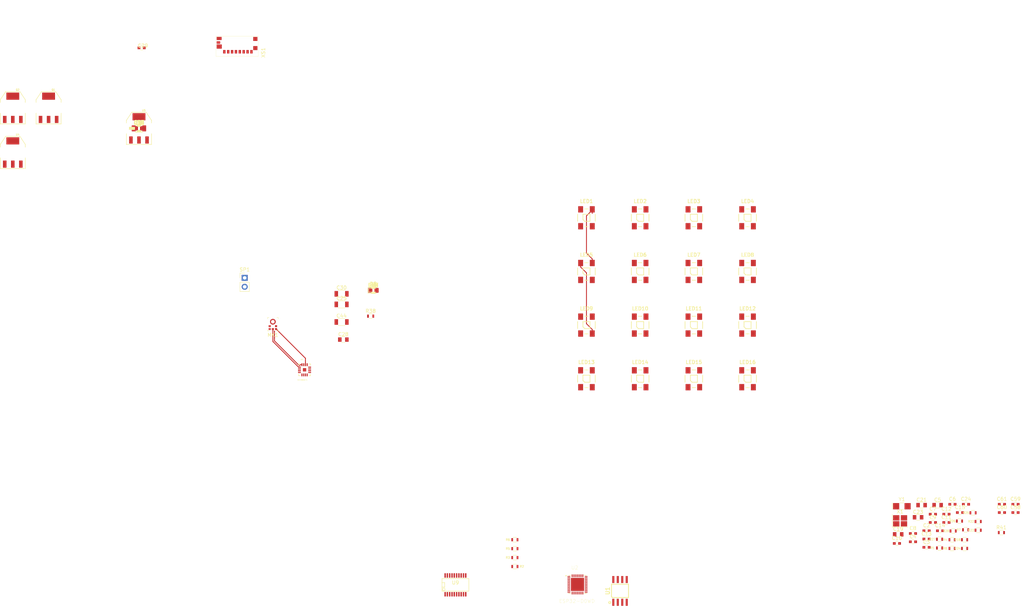
<source format=kicad_pcb>
(kicad_pcb (version 20171130) (host pcbnew "(5.1.0)-1")
  (layers (0 F.Cu signal) (31 B.Cu signal) (34 B.Paste user) (35 F.Paste user) (36 B.SilkS user) (37 F.SilkS user) (38 B.Mask user) (39 F.Mask user) (44 Edge.Cuts user))
  (net 0 "")
  (net 1 GND)
  (net 2 /serial2USB/3.3V_in)
  (net 3 "Net-(C10-Pad1)")
  (net 4 "Net-(CF1-Pad1)")
  (net 5 "Net-(RF1-Pad2)")
  (net 6 "Net-(RF2-Pad2)")
  (net 7 "/RGB_LED_Matrix/Vcc_In(+3.5+5.3)")
  (net 8 "Net-(LED1-Pad2)")
  (net 9 "Net-(LED2-Pad2)")
  (net 10 /RGB_LED_Matrix/D1)
  (net 11 "Net-(LED3-Pad2)")
  (net 12 /RGB_LED_Matrix/D2)
  (net 13 "Net-(LED4-Pad2)")
  (net 14 /RGB_LED_Matrix/D3)
  (net 15 "Net-(LED5-Pad2)")
  (net 16 "Net-(LED10-Pad4)")
  (net 17 "Net-(LED11-Pad4)")
  (net 18 "Net-(LED12-Pad4)")
  (net 19 3V3)
  (net 20 /esp32/GPIO0)
  (net 21 /esp32/U0DTR)
  (net 22 "Net-(Q2-Pad1)")
  (net 23 /esp32/U0RTS)
  (net 24 /esp32/U0TXD)
  (net 25 /esp32/U0RXD)
  (net 26 /esp32/SD_D0)
  (net 27 /esp32/SD_D1)
  (net 28 /esp32/flash_MOSI)
  (net 29 /esp32/flash_MISO)
  (net 30 /esp32/flash_SCK)
  (net 31 /esp32/flash_CS)
  (net 32 /esp32/flash_WP)
  (net 33 /esp32/flash_HOLD)
  (net 34 /esp32/Uart_p0)
  (net 35 /esp32/Uart_p1)
  (net 36 /esp32/Uart_p2)
  (net 37 /esp32/Uart_p3)
  (net 38 /power/5v_in)
  (net 39 /power/vcc_in)
  (net 40 GNDD)
  (net 41 /power/3.3v/1A_GNDD)
  (net 42 /esp32/ENABLE)
  (net 43 /power/3.3v/1A_GND)
  (net 44 /power/3.3v/150mA_GND)
  (net 45 GNDA)
  (net 46 /power/3.3v/150mA_GNDA)
  (net 47 /serial2USB/D-)
  (net 48 /serial2USB/D+)
  (net 49 /audio_voice/LRCLK)
  (net 50 /audio_voice/BCLK)
  (net 51 "Net-(R20-Pad2)")
  (net 52 "Net-(R22-Pad2)")
  (net 53 "Net-(R23-Pad2)")
  (net 54 "Net-(R24-Pad2)")
  (net 55 "Net-(R25-Pad2)")
  (net 56 /esp32/flash_VDD)
  (net 57 "Net-(C2-Pad1)")
  (net 58 "Net-(C6-Pad1)")
  (net 59 /esp32/GPIO37)
  (net 60 /esp32/GPIO36)
  (net 61 /esp32/GPIO39)
  (net 62 /esp32/GPIO38)
  (net 63 "Net-(C10-Pad2)")
  (net 64 "Net-(C12-Pad1)")
  (net 65 "Net-(C13-Pad1)")
  (net 66 /esp32/32K_XIN)
  (net 67 /esp32/32K_XP)
  (net 68 "Net-(C26-Pad1)")
  (net 69 "Net-(C36-Pad1)")
  (net 70 "Net-(C41-Pad1)")
  (net 71 "/audio_voice/Vcc_in(3v)")
  (net 72 "Net-(C48-Pad1)")
  (net 73 "Net-(C49-Pad1)")
  (net 74 /imu/Vdd)
  (net 75 "Net-(D7-Pad2)")
  (net 76 /RGB_LED_Matrix/DIN)
  (net 77 "Net-(MK1-Pad6)")
  (net 78 "Net-(Q1-Pad1)")
  (net 79 /esp32/TP0)
  (net 80 /esp32/TP2)
  (net 81 /esp32/TP3)
  (net 82 /esp32/JTAG2)
  (net 83 "Net-(R10-Pad1)")
  (net 84 /esp32/JTAG0)
  (net 85 /esp32/JTAG3)
  (net 86 /esp32/JTAG1)
  (net 87 "Net-(R15-Pad2)")
  (net 88 "Net-(R17-Pad2)")
  (net 89 "Net-(R19-Pad2)")
  (net 90 "Net-(R26-Pad2)")
  (net 91 "Net-(R27-Pad2)")
  (net 92 "Net-(R28-Pad1)")
  (module Project:Crystal_SMD_EuroQuartz_EQ161-2pin_3.2x1.5mm_HandSoldering (layer F.Cu) (at 216.52 107.33)
    (fp_text reference Y1 (at 0 -1.95) (layer F.SilkS))
    (fp_text value LFXTAL009678)
    (pad 2 smd rect (at 1.625 0) (size 1.75 1.8) (layers F.Cu F.Paste F.Mask) (net 66 /esp32/32K_XIN))
    (pad 1 smd rect (at -1.625 0) (size 1.75 1.8) (layers F.Cu F.Paste F.Mask) (net 67 /esp32/32K_XP))
  )
  (module Project:Crystal_SMD-4pin_2.5x2.0mm (layer F.Cu) (at 216.02 111.48)
    (fp_text reference X1 (at 0 -2.6) (layer F.SilkS))
    (fp_text value ECS-400-10-36-CKY-TR)
    (pad 4 smd rect (at -1.1 -0.85) (size 1.8 1.5) (layers F.Cu F.Paste F.Mask) (net 1 GND))
    (pad 3 smd rect (at 1.1 -0.85) (size 1.8 1.5) (layers F.Cu F.Paste F.Mask) (net 64 "Net-(C12-Pad1)"))
    (pad 2 smd rect (at 1.1 0.85) (size 1.8 1.5) (layers F.Cu F.Paste F.Mask) (net 1 GND))
    (pad 1 smd rect (at -1.1 0.85) (size 1.8 1.5) (layers F.Cu F.Paste F.Mask) (net 65 "Net-(C13-Pad1)"))
  )
  (module Project:QFN35P500X500X90-49N (layer F.Cu) (at 124.46 129.54)
    (fp_text reference U2 (at -0.796443 -4.74352) (layer F.SilkS) (effects (font (size 1.0018 1.0018) (thickness 0.05))))
    (fp_text value ESP32-D0WD (at -0.1603 4.74415) (layer F.SilkS) (effects (font (size 1.00194 1.00194) (thickness 0.05))))
    (pad 49 smd rect (at 0 0) (size 3.7 3.7) (layers F.Cu F.Paste F.Mask) (net 1 GND))
    (pad 38 smd rect (at 2.445 -2.275) (size 0.81 0.2) (layers F.Cu F.Paste F.Mask) (net 55 "Net-(R25-Pad2)"))
    (pad 37 smd rect (at 2.445 -1.925) (size 0.81 0.2) (layers F.Cu F.Paste F.Mask) (net 19 3V3))
    (pad 36 smd rect (at 2.445 -1.575) (size 0.81 0.2) (layers F.Cu F.Paste F.Mask) (net 54 "Net-(R24-Pad2)"))
    (pad 35 smd rect (at 2.445 -1.225) (size 0.81 0.2) (layers F.Cu F.Paste F.Mask) (net 53 "Net-(R23-Pad2)"))
    (pad 34 smd rect (at 2.445 -0.875) (size 0.81 0.2) (layers F.Cu F.Paste F.Mask) (net 52 "Net-(R22-Pad2)"))
    (pad 33 smd rect (at 2.445 -0.525) (size 0.81 0.2) (layers F.Cu F.Paste F.Mask) (net 28 /esp32/flash_MOSI))
    (pad 32 smd rect (at 2.445 -0.175) (size 0.81 0.2) (layers F.Cu F.Paste F.Mask) (net 29 /esp32/flash_MISO))
    (pad 31 smd rect (at 2.445 0.175) (size 0.81 0.2) (layers F.Cu F.Paste F.Mask) (net 30 /esp32/flash_SCK))
    (pad 30 smd rect (at 2.445 0.525) (size 0.81 0.2) (layers F.Cu F.Paste F.Mask) (net 31 /esp32/flash_CS))
    (pad 29 smd rect (at 2.445 0.875) (size 0.81 0.2) (layers F.Cu F.Paste F.Mask) (net 32 /esp32/flash_WP))
    (pad 28 smd rect (at 2.445 1.225) (size 0.81 0.2) (layers F.Cu F.Paste F.Mask) (net 33 /esp32/flash_HOLD))
    (pad 27 smd rect (at 2.445 1.575) (size 0.81 0.2) (layers F.Cu F.Paste F.Mask))
    (pad 26 smd rect (at 2.445 1.925) (size 0.81 0.2) (layers F.Cu F.Paste F.Mask) (net 56 /esp32/flash_VDD))
    (pad 25 smd rect (at 2.445 2.275) (size 0.81 0.2) (layers F.Cu F.Paste F.Mask))
    (pad 14 smd rect (at -2.445 2.275) (size 0.81 0.2) (layers F.Cu F.Paste F.Mask))
    (pad 13 smd rect (at -2.445 1.925) (size 0.81 0.2) (layers F.Cu F.Paste F.Mask) (net 66 /esp32/32K_XIN))
    (pad 12 smd rect (at -2.445 1.575) (size 0.81 0.2) (layers F.Cu F.Paste F.Mask) (net 67 /esp32/32K_XP))
    (pad 11 smd rect (at -2.445 1.225) (size 0.81 0.2) (layers F.Cu F.Paste F.Mask))
    (pad 10 smd rect (at -2.445 0.875) (size 0.81 0.2) (layers F.Cu F.Paste F.Mask))
    (pad 9 smd rect (at -2.445 0.525) (size 0.81 0.2) (layers F.Cu F.Paste F.Mask) (net 42 /esp32/ENABLE))
    (pad 8 smd rect (at -2.445 0.175) (size 0.81 0.2) (layers F.Cu F.Paste F.Mask) (net 61 /esp32/GPIO39))
    (pad 7 smd rect (at -2.445 -0.175) (size 0.81 0.2) (layers F.Cu F.Paste F.Mask) (net 62 /esp32/GPIO38))
    (pad 6 smd rect (at -2.445 -0.525) (size 0.81 0.2) (layers F.Cu F.Paste F.Mask) (net 59 /esp32/GPIO37))
    (pad 5 smd rect (at -2.445 -0.875) (size 0.81 0.2) (layers F.Cu F.Paste F.Mask) (net 60 /esp32/GPIO36))
    (pad 4 smd rect (at -2.445 -1.225) (size 0.81 0.2) (layers F.Cu F.Paste F.Mask) (net 58 "Net-(C6-Pad1)"))
    (pad 3 smd rect (at -2.445 -1.575) (size 0.81 0.2) (layers F.Cu F.Paste F.Mask) (net 58 "Net-(C6-Pad1)"))
    (pad 2 smd rect (at -2.445 -1.925) (size 0.81 0.2) (layers F.Cu F.Paste F.Mask) (net 57 "Net-(C2-Pad1)"))
    (pad 1 smd rect (at -2.445 -2.275) (size 0.81 0.2) (layers F.Cu F.Paste F.Mask) (net 19 3V3))
    (pad 48 smd rect (at -1.575 -2.445 90) (size 0.81 0.2) (layers F.Cu F.Paste F.Mask) (net 3 "Net-(C10-Pad1)"))
    (pad 47 smd rect (at -1.225 -2.445 90) (size 0.81 0.2) (layers F.Cu F.Paste F.Mask) (net 63 "Net-(C10-Pad2)"))
    (pad 46 smd rect (at -0.875 -2.445 90) (size 0.81 0.2) (layers F.Cu F.Paste F.Mask) (net 19 3V3))
    (pad 45 smd rect (at -0.525 -2.445 90) (size 0.81 0.2) (layers F.Cu F.Paste F.Mask) (net 65 "Net-(C13-Pad1)"))
    (pad 44 smd rect (at -0.175 -2.445 90) (size 0.81 0.2) (layers F.Cu F.Paste F.Mask) (net 64 "Net-(C12-Pad1)"))
    (pad 43 smd rect (at 0.175 -2.445 90) (size 0.81 0.2) (layers F.Cu F.Paste F.Mask) (net 19 3V3))
    (pad 42 smd rect (at 0.525 -2.445 90) (size 0.81 0.2) (layers F.Cu F.Paste F.Mask) (net 91 "Net-(R27-Pad2)"))
    (pad 41 smd rect (at 0.875 -2.445 90) (size 0.81 0.2) (layers F.Cu F.Paste F.Mask) (net 92 "Net-(R28-Pad1)"))
    (pad 40 smd rect (at 1.225 -2.445 90) (size 0.81 0.2) (layers F.Cu F.Paste F.Mask) (net 25 /esp32/U0RXD))
    (pad 39 smd rect (at 1.575 -2.445 90) (size 0.81 0.2) (layers F.Cu F.Paste F.Mask) (net 90 "Net-(R26-Pad2)"))
    (pad 24 smd rect (at 1.575 2.445 90) (size 0.81 0.2) (layers F.Cu F.Paste F.Mask) (net 80 /esp32/TP2))
    (pad 23 smd rect (at 1.225 2.445 90) (size 0.81 0.2) (layers F.Cu F.Paste F.Mask) (net 20 /esp32/GPIO0))
    (pad 22 smd rect (at 0.875 2.445 90) (size 0.81 0.2) (layers F.Cu F.Paste F.Mask) (net 51 "Net-(R20-Pad2)"))
    (pad 21 smd rect (at 0.525 2.445 90) (size 0.81 0.2) (layers F.Cu F.Paste F.Mask) (net 89 "Net-(R19-Pad2)"))
    (pad 20 smd rect (at 0.175 2.445 90) (size 0.81 0.2) (layers F.Cu F.Paste F.Mask) (net 88 "Net-(R17-Pad2)"))
    (pad 19 smd rect (at -0.175 2.445 90) (size 0.81 0.2) (layers F.Cu F.Paste F.Mask) (net 19 3V3))
    (pad 18 smd rect (at -0.525 2.445 90) (size 0.81 0.2) (layers F.Cu F.Paste F.Mask) (net 79 /esp32/TP0))
    (pad 17 smd rect (at -0.875 2.445 90) (size 0.81 0.2) (layers F.Cu F.Paste F.Mask) (net 87 "Net-(R15-Pad2)"))
    (pad 16 smd rect (at -1.225 2.445 90) (size 0.81 0.2) (layers F.Cu F.Paste F.Mask) (net 81 /esp32/TP3))
    (pad 15 smd rect (at -1.575 2.445 90) (size 0.81 0.2) (layers F.Cu F.Paste F.Mask))
  )
  (module Resistors_SMD:R_0603 (layer F.Cu) (at 244.77 114.815)
    (fp_text reference R41 (at 0 -1.45) (layer F.SilkS))
    (fp_text value 51R)
    (pad 1 smd rect (at -0.75 0) (size 0.5 0.9) (layers F.Cu F.Paste F.Mask))
    (pad 2 smd rect (at 0.75 0) (size 0.5 0.9) (layers F.Cu F.Paste F.Mask) (net 77 "Net-(MK1-Pad6)"))
  )
  (module Project:R_0603 (layer F.Cu) (at 231.07 114.365)
    (fp_text reference R28 (at -1.9939 0.01016) (layer F.SilkS) (effects (font (size 0.6 0.6) (thickness 0.12))))
    (fp_text value 499R)
    (pad 2 smd rect (at 0.75 0) (size 0.5 0.9) (layers F.Cu F.Paste F.Mask) (net 24 /esp32/U0TXD))
    (pad 1 smd rect (at -0.75 0) (size 0.5 0.9) (layers F.Cu F.Paste F.Mask) (net 92 "Net-(R28-Pad1)"))
  )
  (module Project:R_0603 (layer F.Cu) (at 227.22 116.715)
    (fp_text reference R27 (at -1.9939 0.01016) (layer F.SilkS) (effects (font (size 0.6 0.6) (thickness 0.12))))
    (fp_text value 0R)
    (pad 2 smd rect (at 0.75 0) (size 0.5 0.9) (layers F.Cu F.Paste F.Mask) (net 91 "Net-(R27-Pad2)"))
    (pad 1 smd rect (at -0.75 0) (size 0.5 0.9) (layers F.Cu F.Paste F.Mask) (net 76 /RGB_LED_Matrix/DIN))
  )
  (module Project:R_0603 (layer F.Cu) (at 232.87 111.545)
    (fp_text reference R26 (at -1.9939 0.01016) (layer F.SilkS) (effects (font (size 0.6 0.6) (thickness 0.12))))
    (fp_text value 0R)
    (pad 2 smd rect (at 0.75 0) (size 0.5 0.9) (layers F.Cu F.Paste F.Mask) (net 90 "Net-(R26-Pad2)"))
    (pad 1 smd rect (at -0.75 0) (size 0.5 0.9) (layers F.Cu F.Paste F.Mask))
  )
  (module Project:R_0603 (layer F.Cu) (at 236.72 109.195)
    (fp_text reference R25 (at -1.9939 0.01016) (layer F.SilkS) (effects (font (size 0.6 0.6) (thickness 0.12))))
    (fp_text value 0R)
    (pad 2 smd rect (at 0.75 0) (size 0.5 0.9) (layers F.Cu F.Paste F.Mask) (net 55 "Net-(R25-Pad2)"))
    (pad 1 smd rect (at -0.75 0) (size 0.5 0.9) (layers F.Cu F.Paste F.Mask))
  )
  (module Project:R_0603 (layer F.Cu) (at 234.32 119.325)
    (fp_text reference R24 (at -1.9939 0.01016) (layer F.SilkS) (effects (font (size 0.6 0.6) (thickness 0.12))))
    (fp_text value 0R)
    (pad 2 smd rect (at 0.75 0) (size 0.5 0.9) (layers F.Cu F.Paste F.Mask) (net 54 "Net-(R24-Pad2)"))
    (pad 1 smd rect (at -0.75 0) (size 0.5 0.9) (layers F.Cu F.Paste F.Mask))
  )
  (module Project:R_0603 (layer F.Cu) (at 238.17 114.155)
    (fp_text reference R23 (at -1.9939 0.01016) (layer F.SilkS) (effects (font (size 0.6 0.6) (thickness 0.12))))
    (fp_text value 0R)
    (pad 2 smd rect (at 0.75 0) (size 0.5 0.9) (layers F.Cu F.Paste F.Mask) (net 53 "Net-(R23-Pad2)"))
    (pad 1 smd rect (at -0.75 0) (size 0.5 0.9) (layers F.Cu F.Paste F.Mask))
  )
  (module Project:R_0603 (layer F.Cu) (at 238.17 111.675)
    (fp_text reference R22 (at -1.9939 0.01016) (layer F.SilkS) (effects (font (size 0.6 0.6) (thickness 0.12))))
    (fp_text value 0R)
    (pad 2 smd rect (at 0.75 0) (size 0.5 0.9) (layers F.Cu F.Paste F.Mask) (net 52 "Net-(R22-Pad2)"))
    (pad 1 smd rect (at -0.75 0) (size 0.5 0.9) (layers F.Cu F.Paste F.Mask))
  )
  (module Project:R_0603 (layer F.Cu) (at 234.32 116.845)
    (fp_text reference R18 (at -1.9939 0.01016) (layer F.SilkS) (effects (font (size 0.6 0.6) (thickness 0.12))))
    (fp_text value 20k)
    (pad 2 smd rect (at 0.75 0) (size 0.5 0.9) (layers F.Cu F.Paste F.Mask) (net 63 "Net-(C10-Pad2)"))
    (pad 1 smd rect (at -0.75 0) (size 0.5 0.9) (layers F.Cu F.Paste F.Mask) (net 3 "Net-(C10-Pad1)"))
  )
  (module Project:R_0603 (layer F.Cu) (at 230.77 119.325)
    (fp_text reference R8 (at -1.9939 0.01016) (layer F.SilkS) (effects (font (size 0.6 0.6) (thickness 0.12))))
    (fp_text value 510R)
    (pad 2 smd rect (at 0.75 0) (size 0.5 0.9) (layers F.Cu F.Paste F.Mask) (net 81 /esp32/TP3))
    (pad 1 smd rect (at -0.75 0) (size 0.5 0.9) (layers F.Cu F.Paste F.Mask))
  )
  (module Project:R_0603 (layer F.Cu) (at 234.62 114.025)
    (fp_text reference R7 (at -1.9939 0.01016) (layer F.SilkS) (effects (font (size 0.6 0.6) (thickness 0.12))))
    (fp_text value 510R)
    (pad 2 smd rect (at 0.75 0) (size 0.5 0.9) (layers F.Cu F.Paste F.Mask) (net 20 /esp32/GPIO0))
    (pad 1 smd rect (at -0.75 0) (size 0.5 0.9) (layers F.Cu F.Paste F.Mask))
  )
  (module Project:R_0603 (layer F.Cu) (at 230.77 116.845)
    (fp_text reference R4 (at -1.9939 0.01016) (layer F.SilkS) (effects (font (size 0.6 0.6) (thickness 0.12))))
    (fp_text value 510R)
    (pad 2 smd rect (at 0.75 0) (size 0.5 0.9) (layers F.Cu F.Paste F.Mask) (net 80 /esp32/TP2))
    (pad 1 smd rect (at -0.75 0) (size 0.5 0.9) (layers F.Cu F.Paste F.Mask))
  )
  (module Project:R_0603 (layer F.Cu) (at 227.22 119.195)
    (fp_text reference R1 (at -1.9939 0.01016) (layer F.SilkS) (effects (font (size 0.6 0.6) (thickness 0.12))))
    (fp_text value 510R)
    (pad 2 smd rect (at 0.75 0) (size 0.5 0.9) (layers F.Cu F.Paste F.Mask) (net 79 /esp32/TP0))
    (pad 1 smd rect (at -0.75 0) (size 0.5 0.9) (layers F.Cu F.Paste F.Mask))
  )
  (module Capacitors_SMD:C_0603 (layer F.Cu) (at 244.92 106.78)
    (fp_text reference C61 (at 0 -1.5) (layer F.SilkS))
    (fp_text value 100nF)
    (pad 2 smd rect (at 0.75 0) (size 0.8 0.75) (layers F.Cu F.Paste F.Mask) (net 1 GND))
    (pad 1 smd rect (at -0.75 0) (size 0.8 0.75) (layers F.Cu F.Paste F.Mask))
  )
  (module Capacitors_SMD:C_0603 (layer F.Cu) (at 244.92 109.13)
    (fp_text reference C60 (at 0 -1.5) (layer F.SilkS))
    (fp_text value "10nF (16v)")
    (pad 2 smd rect (at 0.75 0) (size 0.8 0.75) (layers F.Cu F.Paste F.Mask) (net 1 GND))
    (pad 1 smd rect (at -0.75 0) (size 0.8 0.75) (layers F.Cu F.Paste F.Mask))
  )
  (module Capacitors_SMD:C_0603 (layer F.Cu) (at 248.77 106.78)
    (fp_text reference C59 (at 0 -1.5) (layer F.SilkS))
    (fp_text value 100nF)
    (pad 2 smd rect (at 0.75 0) (size 0.8 0.75) (layers F.Cu F.Paste F.Mask) (net 1 GND))
    (pad 1 smd rect (at -0.75 0) (size 0.8 0.75) (layers F.Cu F.Paste F.Mask) (net 74 /imu/Vdd))
  )
  (module Capacitors_SMD:C_0603 (layer F.Cu) (at 248.77 109.13)
    (fp_text reference C58 (at 0 -1.5) (layer F.SilkS))
    (fp_text value 100nF)
    (pad 2 smd rect (at 0.75 0) (size 0.8 0.75) (layers F.Cu F.Paste F.Mask) (net 1 GND))
    (pad 1 smd rect (at -0.75 0) (size 0.8 0.75) (layers F.Cu F.Paste F.Mask) (net 74 /imu/Vdd))
  )
  (module Capacitors_SMD:C_1206 (layer F.Cu) (at 0 0)
    (fp_text reference C35 (at 0 -1.75) (layer F.SilkS))
    (fp_text value 33uF)
    (pad 1 smd rect (at -1.5 0) (size 1 1.6) (layers F.Cu F.Paste F.Mask) (net 44 /power/3.3v/150mA_GND))
    (pad 2 smd rect (at 1.5 0) (size 1 1.6) (layers F.Cu F.Paste F.Mask) (net 1 GND))
  )
  (module Capacitors_SMD:C_1206 (layer F.Cu) (at 0 0)
    (fp_text reference C32 (at 0 -1.75) (layer F.SilkS))
    (fp_text value 33uF)
    (pad 1 smd rect (at -1.5 0) (size 1 1.6) (layers F.Cu F.Paste F.Mask) (net 43 /power/3.3v/1A_GND))
    (pad 2 smd rect (at 1.5 0) (size 1 1.6) (layers F.Cu F.Paste F.Mask) (net 1 GND))
  )
  (module Capacitors_SMD:C_1206 (layer F.Cu) (at 0 0)
    (fp_text reference C27 (at 0 -1.75) (layer F.SilkS))
    (fp_text value 33uF)
    (pad 1 smd rect (at -1.5 0) (size 1 1.6) (layers F.Cu F.Paste F.Mask) (net 68 "Net-(C26-Pad1)"))
    (pad 2 smd rect (at 1.5 0) (size 1 1.6) (layers F.Cu F.Paste F.Mask) (net 1 GND))
  )
  (module Capacitors_SMD:C_0603 (layer F.Cu) (at 234.72 106.78)
    (fp_text reference C24 (at 0 -1.5) (layer F.SilkS))
    (fp_text value 100nF)
    (pad 2 smd rect (at 0.75 0) (size 0.8 0.75) (layers F.Cu F.Paste F.Mask) (net 1 GND))
    (pad 1 smd rect (at -0.75 0) (size 0.8 0.75) (layers F.Cu F.Paste F.Mask) (net 19 3V3))
  )
  (module Capacitors_SMD:C_0805 (layer F.Cu) (at 221.12 110.465)
    (fp_text reference C23 (at 0 -1.5) (layer F.SilkS))
    (fp_text value 10uF)
    (pad 1 smd rect (at -1 0) (size 1 1.25) (layers F.Cu F.Paste F.Mask) (net 19 3V3))
    (pad 2 smd rect (at 1 0) (size 1 1.25) (layers F.Cu F.Paste F.Mask) (net 1 GND))
  )
  (module Capacitors_SMD:C_0805 (layer F.Cu) (at 222.12 107.015)
    (fp_text reference C21 (at 0 -1.5) (layer F.SilkS))
    (fp_text value 10uF)
    (pad 1 smd rect (at -1 0) (size 1 1.25) (layers F.Cu F.Paste F.Mask) (net 19 3V3))
    (pad 2 smd rect (at 1 0) (size 1 1.25) (layers F.Cu F.Paste F.Mask) (net 1 GND))
  )
  (module Capacitors_SMD:C_0805 (layer F.Cu) (at 215.47 115.315)
    (fp_text reference C19 (at 0 -1.5) (layer F.SilkS))
    (fp_text value 10uF)
    (pad 1 smd rect (at -1 0) (size 1 1.25) (layers F.Cu F.Paste F.Mask) (net 19 3V3))
    (pad 2 smd rect (at 1 0) (size 1 1.25) (layers F.Cu F.Paste F.Mask) (net 1 GND))
  )
  (module Capacitors_SMD:C_0805 (layer F.Cu) (at 0 0)
    (fp_text reference C17 (at 0 -1.5) (layer F.SilkS))
    (fp_text value 10uF)
    (pad 1 smd rect (at -1 0) (size 1 1.25) (layers F.Cu F.Paste F.Mask) (net 19 3V3))
    (pad 2 smd rect (at 1 0) (size 1 1.25) (layers F.Cu F.Paste F.Mask) (net 1 GND))
  )
  (module Capacitors_SMD:C_0603 (layer F.Cu) (at 233.02 109.13)
    (fp_text reference C15 (at 0 -1.5) (layer F.SilkS))
    (fp_text value 12pF)
    (pad 2 smd rect (at 0.75 0) (size 0.8 0.75) (layers F.Cu F.Paste F.Mask) (net 67 /esp32/32K_XP))
    (pad 1 smd rect (at -0.75 0) (size 0.8 0.75) (layers F.Cu F.Paste F.Mask) (net 1 GND))
  )
  (module Capacitors_SMD:C_0603 (layer F.Cu) (at 227.37 114.3)
    (fp_text reference C14 (at 0 -1.5) (layer F.SilkS))
    (fp_text value 12pF)
    (pad 2 smd rect (at 0.75 0) (size 0.8 0.75) (layers F.Cu F.Paste F.Mask) (net 66 /esp32/32K_XIN))
    (pad 1 smd rect (at -0.75 0) (size 0.8 0.75) (layers F.Cu F.Paste F.Mask) (net 1 GND))
  )
  (module Capacitors_SMD:C_0603 (layer F.Cu) (at 223.52 116.65)
    (fp_text reference C13 (at 0 -1.5) (layer F.SilkS))
    (fp_text value 10pF)
    (pad 2 smd rect (at 0.75 0) (size 0.8 0.75) (layers F.Cu F.Paste F.Mask) (net 1 GND))
    (pad 1 smd rect (at -0.75 0) (size 0.8 0.75) (layers F.Cu F.Paste F.Mask) (net 65 "Net-(C13-Pad1)"))
  )
  (module Capacitors_SMD:C_0603 (layer F.Cu) (at 229.17 109.6)
    (fp_text reference C12 (at 0 -1.5) (layer F.SilkS))
    (fp_text value 10pF)
    (pad 2 smd rect (at 0.75 0) (size 0.8 0.75) (layers F.Cu F.Paste F.Mask) (net 1 GND))
    (pad 1 smd rect (at -0.75 0) (size 0.8 0.75) (layers F.Cu F.Paste F.Mask) (net 64 "Net-(C12-Pad1)"))
  )
  (module Capacitors_SMD:C_0603 (layer F.Cu) (at 229.17 111.95)
    (fp_text reference C11 (at 0 -1.5) (layer F.SilkS))
    (fp_text value 10nF)
    (pad 2 smd rect (at 0.75 0) (size 0.8 0.75) (layers F.Cu F.Paste F.Mask) (net 1 GND))
    (pad 1 smd rect (at -0.75 0) (size 0.8 0.75) (layers F.Cu F.Paste F.Mask) (net 3 "Net-(C10-Pad1)"))
  )
  (module Capacitors_SMD:C_0603 (layer F.Cu) (at 215.12 117.9)
    (fp_text reference C10 (at 0 -1.5) (layer F.SilkS))
    (fp_text value 3.3nF)
    (pad 2 smd rect (at 0.75 0) (size 0.8 0.75) (layers F.Cu F.Paste F.Mask) (net 63 "Net-(C10-Pad2)"))
    (pad 1 smd rect (at -0.75 0) (size 0.8 0.75) (layers F.Cu F.Paste F.Mask) (net 3 "Net-(C10-Pad1)"))
  )
  (module Capacitors_SMD:C_0603 (layer F.Cu) (at 225.32 111.95)
    (fp_text reference C9 (at 0 -1.5) (layer F.SilkS))
    (fp_text value "270pF(NC)")
    (pad 2 smd rect (at 0.75 0) (size 0.8 0.75) (layers F.Cu F.Paste F.Mask) (net 61 /esp32/GPIO39))
    (pad 1 smd rect (at -0.75 0) (size 0.8 0.75) (layers F.Cu F.Paste F.Mask) (net 62 /esp32/GPIO38))
  )
  (module Capacitors_SMD:C_0603 (layer F.Cu) (at 219.67 115.08)
    (fp_text reference C8 (at 0 -1.5) (layer F.SilkS))
    (fp_text value "270pF(NC)")
    (pad 2 smd rect (at 0.75 0) (size 0.8 0.75) (layers F.Cu F.Paste F.Mask) (net 59 /esp32/GPIO37))
    (pad 1 smd rect (at -0.75 0) (size 0.8 0.75) (layers F.Cu F.Paste F.Mask) (net 60 /esp32/GPIO36))
  )
  (module Capacitors_SMD:C_0603 (layer F.Cu) (at 225.32 109.6)
    (fp_text reference C7 (at 0 -1.5) (layer F.SilkS))
    (fp_text value "100nF (NC)")
    (pad 2 smd rect (at 0.75 0) (size 0.8 0.75) (layers F.Cu F.Paste F.Mask) (net 1 GND))
    (pad 1 smd rect (at -0.75 0) (size 0.8 0.75) (layers F.Cu F.Paste F.Mask) (net 56 /esp32/flash_VDD))
  )
  (module Capacitors_SMD:C_0603 (layer F.Cu) (at 230.87 106.78)
    (fp_text reference C6 (at 0 -1.5) (layer F.SilkS))
    (fp_text value "(NC)")
    (pad 2 smd rect (at 0.75 0) (size 0.8 0.75) (layers F.Cu F.Paste F.Mask) (net 1 GND))
    (pad 1 smd rect (at -0.75 0) (size 0.8 0.75) (layers F.Cu F.Paste F.Mask) (net 58 "Net-(C6-Pad1)"))
  )
  (module Capacitors_SMD:C_0805 (layer F.Cu) (at 226.67 107.015)
    (fp_text reference C5 (at 0 -1.5) (layer F.SilkS))
    (fp_text value 10uF)
    (pad 1 smd rect (at -1 0) (size 1 1.25) (layers F.Cu F.Paste F.Mask) (net 19 3V3))
    (pad 2 smd rect (at 1 0) (size 1 1.25) (layers F.Cu F.Paste F.Mask) (net 1 GND))
  )
  (module Capacitors_SMD:C_0603 (layer F.Cu) (at 219.67 117.43)
    (fp_text reference C4 (at 0 -1.5) (layer F.SilkS))
    (fp_text value 100nF)
    (pad 2 smd rect (at 0.75 0) (size 0.8 0.75) (layers F.Cu F.Paste F.Mask) (net 1 GND))
    (pad 1 smd rect (at -0.75 0) (size 0.8 0.75) (layers F.Cu F.Paste F.Mask) (net 19 3V3))
  )
  (module Capacitors_SMD:C_0603 (layer F.Cu) (at 223.52 119)
    (fp_text reference C3 (at 0 -1.5) (layer F.SilkS))
    (fp_text value TBD)
    (pad 2 smd rect (at 0.75 0) (size 0.8 0.75) (layers F.Cu F.Paste F.Mask) (net 1 GND))
    (pad 1 smd rect (at -0.75 0) (size 0.8 0.75) (layers F.Cu F.Paste F.Mask))
  )
  (module Capacitors_SMD:C_0603 (layer F.Cu) (at 223.52 114.3)
    (fp_text reference C2 (at 0 -1.5) (layer F.SilkS))
    (fp_text value TBD)
    (pad 2 smd rect (at 0.75 0) (size 0.8 0.75) (layers F.Cu F.Paste F.Mask) (net 1 GND))
    (pad 1 smd rect (at -0.75 0) (size 0.8 0.75) (layers F.Cu F.Paste F.Mask) (net 57 "Net-(C2-Pad1)"))
  )
  (module Capacitors_SMD:C_0805 (layer F.Cu) (at 58 60)
    (fp_text reference C28 (at 0 -1.5) (layer F.SilkS))
    (fp_text value 4.7uF)
    (pad 1 smd rect (at -1 0) (size 1 1.25) (layers F.Cu F.Paste F.Mask) (net 38 /power/5v_in))
    (pad 2 smd rect (at 1 0) (size 1 1.25) (layers F.Cu F.Paste F.Mask) (net 1 GND))
  )
  (module Capacitors_SMD:C_0805 (layer F.Cu) (at 66.5011 46.0036)
    (fp_text reference C33 (at 0 -1.5) (layer F.SilkS))
    (fp_text value 4.7uF)
    (pad 1 smd rect (at -1 0) (size 1 1.25) (layers F.Cu F.Paste F.Mask))
    (pad 2 smd rect (at 1 0) (size 1 1.25) (layers F.Cu F.Paste F.Mask) (net 1 GND))
  )
  (module Capacitors_SMD:C_1206 (layer F.Cu) (at 57.5 50)
    (fp_text reference C25 (at 0 -1.75) (layer F.SilkS))
    (fp_text value 33uF)
    (pad 1 smd rect (at -1.5 0) (size 1 1.6) (layers F.Cu F.Paste F.Mask) (net 39 /power/vcc_in))
    (pad 2 smd rect (at 1.5 0) (size 1 1.6) (layers F.Cu F.Paste F.Mask) (net 40 GNDD))
  )
  (module Capacitors_SMD:C_1206 (layer F.Cu) (at 57.5 47)
    (fp_text reference C30 (at 0 -1.75) (layer F.SilkS))
    (fp_text value 33uF)
    (pad 1 smd rect (at -1.5 0) (size 1 1.6) (layers F.Cu F.Paste F.Mask) (net 41 /power/3.3v/1A_GNDD))
    (pad 2 smd rect (at 1.5 0) (size 1 1.6) (layers F.Cu F.Paste F.Mask) (net 40 GNDD))
  )
  (module Capacitors_SMD:C_1206 (layer F.Cu) (at 57.5 55)
    (fp_text reference C44 (at 0 -1.75) (layer F.SilkS))
    (fp_text value 10uF)
    (pad 1 smd rect (at -1.5 0) (size 1 1.6) (layers F.Cu F.Paste F.Mask) (net 71 "/audio_voice/Vcc_in(3v)"))
    (pad 2 smd rect (at 1.5 0) (size 1 1.6) (layers F.Cu F.Paste F.Mask) (net 1 GND))
  )
  (module Capacitors_SMD:C_0603 (layer F.Cu) (at 66.5011 46.0036)
    (fp_text reference C45 (at 0 -1.5) (layer F.SilkS))
    (fp_text value 100nF)
    (pad 2 smd rect (at 0.75 0) (size 0.8 0.75) (layers F.Cu F.Paste F.Mask) (net 1 GND))
    (pad 1 smd rect (at -0.75 0) (size 0.8 0.75) (layers F.Cu F.Paste F.Mask) (net 71 "/audio_voice/Vcc_in(3v)"))
  )
  (module Capacitors_SMD:C_0603 (layer F.Cu) (at 66.5011 46.0036)
    (fp_text reference C46 (at 0 -1.5) (layer F.SilkS))
    (fp_text value 220pF)
    (pad 2 smd rect (at 0.75 0) (size 0.8 0.75) (layers F.Cu F.Paste F.Mask) (net 1 GND))
    (pad 1 smd rect (at -0.75 0) (size 0.8 0.75) (layers F.Cu F.Paste F.Mask) (net 71 "/audio_voice/Vcc_in(3v)"))
  )
  (module Capacitors_SMD:C_0603 (layer F.Cu) (at 66.5011 46.0036)
    (fp_text reference C47 (at 0 -1.5) (layer F.SilkS))
    (fp_text value 100nF)
    (pad 2 smd rect (at 0.75 0) (size 0.8 0.75) (layers F.Cu F.Paste F.Mask) (net 1 GND))
    (pad 1 smd rect (at -0.75 0) (size 0.8 0.75) (layers F.Cu F.Paste F.Mask) (net 71 "/audio_voice/Vcc_in(3v)"))
  )
  (module Capacitors_SMD:C_0603 (layer F.Cu) (at 66.5011 46.0036)
    (fp_text reference C48 (at 0 -1.5) (layer F.SilkS))
    (fp_text value 220pF)
    (pad 2 smd rect (at 0.75 0) (size 0.8 0.75) (layers F.Cu F.Paste F.Mask) (net 1 GND))
    (pad 1 smd rect (at -0.75 0) (size 0.8 0.75) (layers F.Cu F.Paste F.Mask) (net 72 "Net-(C48-Pad1)"))
  )
  (module Capacitors_SMD:C_0603 (layer F.Cu) (at 66.5011 46.0036)
    (fp_text reference C49 (at 0 -1.5) (layer F.SilkS))
    (fp_text value 220pF)
    (pad 2 smd rect (at 0.75 0) (size 0.8 0.75) (layers F.Cu F.Paste F.Mask) (net 1 GND))
    (pad 1 smd rect (at -0.75 0) (size 0.8 0.75) (layers F.Cu F.Paste F.Mask) (net 73 "Net-(C49-Pad1)"))
  )
  (module Capacitors_SMD:C_0603 (layer F.Cu) (at 66.5011 46.0036)
    (fp_text reference CF1 (at 0 -1.5) (layer F.SilkS))
    (fp_text value 100nF)
    (pad 2 smd rect (at 0.75 0) (size 0.8 0.75) (layers F.Cu F.Paste F.Mask) (net 1 GND))
    (pad 1 smd rect (at -0.75 0) (size 0.8 0.75) (layers F.Cu F.Paste F.Mask) (net 4 "Net-(CF1-Pad1)"))
  )
  (module Capacitors_SMD:C_0603 (layer F.Cu) (at 66.5011 46.0036)
    (fp_text reference CF2 (at 0 -1.5) (layer F.SilkS))
    (fp_text value 100nF)
    (pad 2 smd rect (at 0.75 0) (size 0.8 0.75) (layers F.Cu F.Paste F.Mask) (net 1 GND))
    (pad 1 smd rect (at -0.75 0) (size 0.8 0.75) (layers F.Cu F.Paste F.Mask) (net 38 /power/5v_in))
  )
  (module Capacitors_SMD:C_0805 (layer F.Cu) (at 66.5011 46.0036)
    (fp_text reference CF3 (at 0 -1.5) (layer F.SilkS))
    (fp_text value 4.7uf)
    (pad 1 smd rect (at -1 0) (size 1 1.25) (layers F.Cu F.Paste F.Mask) (net 38 /power/5v_in))
    (pad 2 smd rect (at 1 0) (size 1 1.25) (layers F.Cu F.Paste F.Mask) (net 1 GND))
  )
  (module Capacitors_SMD:C_0603 (layer F.Cu) (at 66.5011 46.0036)
    (fp_text reference CF4 (at 0 -1.5) (layer F.SilkS))
    (fp_text value 47pF)
    (pad 2 smd rect (at 0.75 0) (size 0.8 0.75) (layers F.Cu F.Paste F.Mask) (net 47 /serial2USB/D-))
    (pad 1 smd rect (at -0.75 0) (size 0.8 0.75) (layers F.Cu F.Paste F.Mask) (net 1 GND))
  )
  (module Capacitors_SMD:C_0603 (layer F.Cu) (at 66.5011 46.0036)
    (fp_text reference CF5 (at 0 -1.5) (layer F.SilkS))
    (fp_text value 47pF)
    (pad 2 smd rect (at 0.75 0) (size 0.8 0.75) (layers F.Cu F.Paste F.Mask) (net 1 GND))
    (pad 1 smd rect (at -0.75 0) (size 0.8 0.75) (layers F.Cu F.Paste F.Mask) (net 48 /serial2USB/D+))
  )
  (module Capacitors_SMD:C_0603 (layer F.Cu) (at 66.5011 46.0036)
    (fp_text reference CF6 (at 0 -1.5) (layer F.SilkS))
    (fp_text value 100nF)
    (pad 2 smd rect (at 0.75 0) (size 0.8 0.75) (layers F.Cu F.Paste F.Mask) (net 1 GND))
    (pad 1 smd rect (at -0.75 0) (size 0.8 0.75) (layers F.Cu F.Paste F.Mask) (net 2 /serial2USB/3.3V_in))
  )
  (module LEDs:LED_0603 (layer F.Cu) (at 66.5011 46.0036)
    (fp_text reference D7 (at 0 -1.25) (layer F.SilkS))
    (fp_text value LED)
    (pad 2 smd rect (at 0.8 0 180) (size 0.8 0.8) (layers F.Cu F.Paste F.Mask) (net 75 "Net-(D7-Pad2)"))
    (pad 1 smd rect (at -0.8 0 180) (size 0.8 0.8) (layers F.Cu F.Paste F.Mask))
  )
  (module Diodes_SMD:D_SOD-323 (layer F.Cu) (at 66.5011 46.0036)
    (fp_text reference D8 (at 0 -1.85) (layer F.SilkS))
    (fp_text value BAT20J)
    (pad 1 smd rect (at -1.05 0) (size 0.6 0.45) (layers F.Cu F.Paste F.Mask) (net 39 /power/vcc_in))
    (pad 2 smd rect (at 1.05 0) (size 0.6 0.45) (layers F.Cu F.Paste F.Mask) (net 38 /power/5v_in))
  )
  (module Resistors_SMD:R_0805 (layer F.Cu) (at 66.5011 46.0036)
    (fp_text reference F1 (at 0 -1.65) (layer F.SilkS))
    (fp_text value PTS08056V050)
    (pad 1 smd rect (at -0.95 0) (size 0.7 1.3) (layers F.Cu F.Paste F.Mask) (net 38 /power/5v_in))
    (pad 2 smd rect (at 0.95 0) (size 0.7 1.3) (layers F.Cu F.Paste F.Mask) (net 4 "Net-(CF1-Pad1)"))
  )
  (module Project:SPH0645LM4H (layer F.Cu) (at 38 54.926 180)
    (fp_text reference MK1 (at 0 -3.77 180) (layer F.SilkS))
    (fp_text value SPH0645LM4H-B)
    (fp_circle (center 0 0) (end 0.662 0) (layer F.Cu) (width 0.3))
    (pad 3 smd circle (at 0 0.662 180) (size 0.3 0.3) (layers F.Cu F.Paste F.Mask) (net 1 GND))
    (pad 3 smd circle (at 0 -0.662 180) (size 0.3 0.3) (layers F.Cu F.Paste F.Mask) (net 1 GND))
    (pad 3 smd circle (at -0.662 0 180) (size 0.3 0.3) (layers F.Cu F.Paste F.Mask) (net 1 GND))
    (pad 3 smd circle (at 0.662 0 180) (size 0.3 0.3) (layers F.Cu F.Paste F.Mask) (net 1 GND))
    (pad 1 smd rect (at -0.9 -2.074 180) (size 0.6 0.522) (layers F.Cu F.Paste F.Mask) (net 49 /audio_voice/LRCLK))
    (pad "" np_thru_hole circle (at 0 0 180) (size 0.325 0.325) (drill 0.325) (layers *.Cu *.Mask))
    (pad 2 smd rect (at -0.9 -1.252 180) (size 0.6 0.522) (layers F.Cu F.Paste F.Mask) (net 1 GND))
    (pad 4 smd rect (at 0.9 -1.252 180) (size 0.6 0.522) (layers F.Cu F.Paste F.Mask) (net 50 /audio_voice/BCLK))
    (pad 5 smd rect (at 0.9 -2.074 180) (size 0.6 0.522) (layers F.Cu F.Paste F.Mask) (net 71 "/audio_voice/Vcc_in(3v)"))
    (pad 6 smd rect (at 0 -2.074 180) (size 0.6 0.522) (layers F.Cu F.Paste F.Mask) (net 77 "Net-(MK1-Pad6)"))
  )
  (module Resistors_SMD:R_0603 (layer F.Cu) (at 66.5011 46.0036)
    (fp_text reference R34 (at 0 -1.45) (layer F.SilkS))
    (fp_text value 1K)
    (pad 1 smd rect (at -0.75 0) (size 0.5 0.9) (layers F.Cu F.Paste F.Mask) (net 38 /power/5v_in))
    (pad 2 smd rect (at 0.75 0) (size 0.5 0.9) (layers F.Cu F.Paste F.Mask) (net 75 "Net-(D7-Pad2)"))
  )
  (module Resistors_SMD:R_0603 (layer F.Cu) (at 66.5011 46.0036)
    (fp_text reference R35 (at 0 -1.45) (layer F.SilkS))
    (fp_text value 2K)
    (pad 1 smd rect (at -0.75 0) (size 0.5 0.9) (layers F.Cu F.Paste F.Mask))
    (pad 2 smd rect (at 0.75 0) (size 0.5 0.9) (layers F.Cu F.Paste F.Mask) (net 1 GND))
  )
  (module Resistors_SMD:R_0603 (layer F.Cu) (at 65.75 53.34)
    (fp_text reference R38 (at 0 -1.45) (layer F.SilkS))
    (fp_text value 100K)
    (pad 1 smd rect (at -0.75 0) (size 0.5 0.9) (layers F.Cu F.Paste F.Mask) (net 38 /power/5v_in))
    (pad 2 smd rect (at 0.75 0) (size 0.5 0.9) (layers F.Cu F.Paste F.Mask) (net 40 GNDD))
  )
  (module Resistors_SMD:R_0603 (layer F.Cu) (at 66.5011 46.0036)
    (fp_text reference R42 (at 0 -1.45) (layer F.SilkS))
    (fp_text value 100k)
    (pad 1 smd rect (at -0.75 0) (size 0.5 0.9) (layers F.Cu F.Paste F.Mask) (net 71 "/audio_voice/Vcc_in(3v)"))
    (pad 2 smd rect (at 0.75 0) (size 0.5 0.9) (layers F.Cu F.Paste F.Mask))
  )
  (module Resistors_SMD:R_0603 (layer F.Cu) (at 66.5011 46.0036)
    (fp_text reference R43 (at 0 -1.45) (layer F.SilkS))
    (fp_text value 100k)
    (pad 1 smd rect (at -0.75 0) (size 0.5 0.9) (layers F.Cu F.Paste F.Mask))
    (pad 2 smd rect (at 0.75 0) (size 0.5 0.9) (layers F.Cu F.Paste F.Mask) (net 1 GND))
  )
  (module Resistors_SMD:R_0603 (layer F.Cu) (at 66.5011 46.0036)
    (fp_text reference RF1 (at 0 -1.45) (layer F.SilkS))
    (fp_text value 27R)
    (pad 1 smd rect (at -0.75 0) (size 0.5 0.9) (layers F.Cu F.Paste F.Mask) (net 47 /serial2USB/D-))
    (pad 2 smd rect (at 0.75 0) (size 0.5 0.9) (layers F.Cu F.Paste F.Mask) (net 5 "Net-(RF1-Pad2)"))
  )
  (module Resistors_SMD:R_0603 (layer F.Cu) (at 66.5011 46.0036)
    (fp_text reference RF2 (at 0 -1.45) (layer F.SilkS))
    (fp_text value 27R)
    (pad 1 smd rect (at -0.75 0) (size 0.5 0.9) (layers F.Cu F.Paste F.Mask) (net 48 /serial2USB/D+))
    (pad 2 smd rect (at 0.75 0) (size 0.5 0.9) (layers F.Cu F.Paste F.Mask) (net 6 "Net-(RF2-Pad2)"))
  )
  (module Pin_Headers:Pin_Header_Straight_1x02_Pitch2.54mm (layer F.Cu) (at 30 42.46)
    (fp_text reference SP1 (at 0 -2.33) (layer F.SilkS))
    (fp_text value SPEAKER)
    (pad 1 thru_hole rect (at 0 0) (size 1.7 1.7) (drill 1) (layers *.Cu *.Mask) (net 73 "Net-(C49-Pad1)"))
    (pad 2 thru_hole oval (at 0 2.54) (size 1.7 1.7) (drill 1) (layers *.Cu *.Mask) (net 72 "Net-(C48-Pad1)"))
  )
  (module Project:TQFN16 (layer F.Cu) (at 46.99 68.58)
    (fp_text reference U8 (at -0.845432 -2.90989) (layer F.SilkS) (effects (font (size 0.332768 0.332768) (thickness 0.05))))
    (fp_text value MAX98357A (at -0.629418 2.88819) (layer F.SilkS) (effects (font (size 0.330286 0.330286) (thickness 0.05))))
    (pad 1 smd rect (at -1.4478 -0.75 270) (size 0.3048 0.8128) (layers F.Cu F.Paste F.Mask))
    (pad 2 smd rect (at -1.4478 -0.25 270) (size 0.3048 0.8128) (layers F.Cu F.Paste F.Mask))
    (pad 3 smd rect (at -1.4478 0.25 270) (size 0.3048 0.8128) (layers F.Cu F.Paste F.Mask) (net 1 GND))
    (pad 4 smd rect (at -1.4478 0.75 270) (size 0.3048 0.8128) (layers F.Cu F.Paste F.Mask))
    (pad 5 smd rect (at -0.75 1.4478 180) (size 0.3048 0.8128) (layers F.Cu F.Paste F.Mask))
    (pad 6 smd rect (at -0.25 1.4478 180) (size 0.3048 0.8128) (layers F.Cu F.Paste F.Mask))
    (pad 7 smd rect (at 0.25 1.4478 180) (size 0.3048 0.8128) (layers F.Cu F.Paste F.Mask) (net 71 "/audio_voice/Vcc_in(3v)"))
    (pad 8 smd rect (at 0.75 1.4478 180) (size 0.3048 0.8128) (layers F.Cu F.Paste F.Mask) (net 71 "/audio_voice/Vcc_in(3v)"))
    (pad 9 smd rect (at 1.4478 0.75 270) (size 0.3048 0.8128) (layers F.Cu F.Paste F.Mask) (net 73 "Net-(C49-Pad1)"))
    (pad 10 smd rect (at 1.4478 0.25 270) (size 0.3048 0.8128) (layers F.Cu F.Paste F.Mask) (net 72 "Net-(C48-Pad1)"))
    (pad 11 smd rect (at 1.4478 -0.25 270) (size 0.3048 0.8128) (layers F.Cu F.Paste F.Mask) (net 1 GND))
    (pad 12 smd rect (at 1.4478 -0.75 270) (size 0.3048 0.8128) (layers F.Cu F.Paste F.Mask))
    (pad 13 smd rect (at 0.75 -1.4478 180) (size 0.3048 0.8128) (layers F.Cu F.Paste F.Mask))
    (pad 14 smd rect (at 0.25 -1.4478 180) (size 0.3048 0.8128) (layers F.Cu F.Paste F.Mask) (net 49 /audio_voice/LRCLK))
    (pad 15 smd rect (at -0.25 -1.4478 180) (size 0.3048 0.8128) (layers F.Cu F.Paste F.Mask) (net 1 GND))
    (pad 16 smd rect (at -0.75 -1.4478 180) (size 0.3048 0.8128) (layers F.Cu F.Paste F.Mask) (net 50 /audio_voice/BCLK))
    (pad 17 smd rect (at 0 0) (size 0.9398 0.9398) (layers F.Cu F.Paste F.Mask) (net 1 GND))
  )
  (module Project:WS2812B (layer F.Cu) (at 127 25.4)
    (fp_text reference LED1 (at 0 -4.7) (layer F.SilkS) (effects (font (thickness 0.2))))
    (fp_text value WS2812B hide)
    (pad 1 smd rect (at 1.65 -2.4) (size 1.4 1.8) (layers F.Cu F.Paste F.Mask) (net 7 "/RGB_LED_Matrix/Vcc_In(+3.5+5.3)"))
    (pad 2 smd rect (at -1.65 -2.4) (size 1.4 1.8) (layers F.Cu F.Paste F.Mask) (net 8 "Net-(LED1-Pad2)"))
    (pad 3 smd rect (at -1.65 2.4) (size 1.4 1.8) (layers F.Cu F.Paste F.Mask) (net 1 GND))
    (pad 4 smd rect (at 1.65 2.4) (size 1.4 1.8) (layers F.Cu F.Paste F.Mask) (net 76 /RGB_LED_Matrix/DIN))
  )
  (module Project:WS2812B (layer F.Cu) (at 142.24 25.4)
    (fp_text reference LED2 (at 0 -4.7) (layer F.SilkS) (effects (font (thickness 0.2))))
    (fp_text value WS2812B hide)
    (pad 1 smd rect (at 1.65 -2.4) (size 1.4 1.8) (layers F.Cu F.Paste F.Mask) (net 7 "/RGB_LED_Matrix/Vcc_In(+3.5+5.3)"))
    (pad 2 smd rect (at -1.65 -2.4) (size 1.4 1.8) (layers F.Cu F.Paste F.Mask) (net 9 "Net-(LED2-Pad2)"))
    (pad 3 smd rect (at -1.65 2.4) (size 1.4 1.8) (layers F.Cu F.Paste F.Mask) (net 1 GND))
    (pad 4 smd rect (at 1.65 2.4) (size 1.4 1.8) (layers F.Cu F.Paste F.Mask) (net 10 /RGB_LED_Matrix/D1))
  )
  (module Project:WS2812B (layer F.Cu) (at 157.48 25.4)
    (fp_text reference LED3 (at 0 -4.7) (layer F.SilkS) (effects (font (thickness 0.2))))
    (fp_text value WS2812B hide)
    (pad 1 smd rect (at 1.65 -2.4) (size 1.4 1.8) (layers F.Cu F.Paste F.Mask) (net 7 "/RGB_LED_Matrix/Vcc_In(+3.5+5.3)"))
    (pad 2 smd rect (at -1.65 -2.4) (size 1.4 1.8) (layers F.Cu F.Paste F.Mask) (net 11 "Net-(LED3-Pad2)"))
    (pad 3 smd rect (at -1.65 2.4) (size 1.4 1.8) (layers F.Cu F.Paste F.Mask) (net 1 GND))
    (pad 4 smd rect (at 1.65 2.4) (size 1.4 1.8) (layers F.Cu F.Paste F.Mask) (net 12 /RGB_LED_Matrix/D2))
  )
  (module Project:WS2812B (layer F.Cu) (at 172.72 25.4)
    (fp_text reference LED4 (at 0 -4.7) (layer F.SilkS) (effects (font (thickness 0.2))))
    (fp_text value WS2812B hide)
    (pad 1 smd rect (at 1.65 -2.4) (size 1.4 1.8) (layers F.Cu F.Paste F.Mask) (net 7 "/RGB_LED_Matrix/Vcc_In(+3.5+5.3)"))
    (pad 2 smd rect (at -1.65 -2.4) (size 1.4 1.8) (layers F.Cu F.Paste F.Mask) (net 13 "Net-(LED4-Pad2)"))
    (pad 3 smd rect (at -1.65 2.4) (size 1.4 1.8) (layers F.Cu F.Paste F.Mask) (net 1 GND))
    (pad 4 smd rect (at 1.65 2.4) (size 1.4 1.8) (layers F.Cu F.Paste F.Mask) (net 14 /RGB_LED_Matrix/D3))
  )
  (module Project:WS2812B (layer F.Cu) (at 127 40.64)
    (fp_text reference LED5 (at 0 -4.7) (layer F.SilkS) (effects (font (thickness 0.2))))
    (fp_text value WS2812B hide)
    (pad 1 smd rect (at 1.65 -2.4) (size 1.4 1.8) (layers F.Cu F.Paste F.Mask) (net 7 "/RGB_LED_Matrix/Vcc_In(+3.5+5.3)"))
    (pad 2 smd rect (at -1.65 -2.4) (size 1.4 1.8) (layers F.Cu F.Paste F.Mask) (net 15 "Net-(LED5-Pad2)"))
    (pad 3 smd rect (at -1.65 2.4) (size 1.4 1.8) (layers F.Cu F.Paste F.Mask) (net 1 GND))
    (pad 4 smd rect (at 1.65 2.4) (size 1.4 1.8) (layers F.Cu F.Paste F.Mask) (net 8 "Net-(LED1-Pad2)"))
  )
  (module Project:WS2812B (layer F.Cu) (at 142.24 40.64)
    (fp_text reference LED6 (at 0 -4.7) (layer F.SilkS) (effects (font (thickness 0.2))))
    (fp_text value WS2812B hide)
    (pad 1 smd rect (at 1.65 -2.4) (size 1.4 1.8) (layers F.Cu F.Paste F.Mask) (net 7 "/RGB_LED_Matrix/Vcc_In(+3.5+5.3)"))
    (pad 2 smd rect (at -1.65 -2.4) (size 1.4 1.8) (layers F.Cu F.Paste F.Mask) (net 16 "Net-(LED10-Pad4)"))
    (pad 3 smd rect (at -1.65 2.4) (size 1.4 1.8) (layers F.Cu F.Paste F.Mask) (net 1 GND))
    (pad 4 smd rect (at 1.65 2.4) (size 1.4 1.8) (layers F.Cu F.Paste F.Mask) (net 9 "Net-(LED2-Pad2)"))
  )
  (module Project:WS2812B (layer F.Cu) (at 157.48 40.64)
    (fp_text reference LED7 (at 0 -4.7) (layer F.SilkS) (effects (font (thickness 0.2))))
    (fp_text value WS2812B hide)
    (pad 1 smd rect (at 1.65 -2.4) (size 1.4 1.8) (layers F.Cu F.Paste F.Mask) (net 7 "/RGB_LED_Matrix/Vcc_In(+3.5+5.3)"))
    (pad 2 smd rect (at -1.65 -2.4) (size 1.4 1.8) (layers F.Cu F.Paste F.Mask) (net 17 "Net-(LED11-Pad4)"))
    (pad 3 smd rect (at -1.65 2.4) (size 1.4 1.8) (layers F.Cu F.Paste F.Mask) (net 1 GND))
    (pad 4 smd rect (at 1.65 2.4) (size 1.4 1.8) (layers F.Cu F.Paste F.Mask) (net 11 "Net-(LED3-Pad2)"))
  )
  (module Project:WS2812B (layer F.Cu) (at 172.72 40.64)
    (fp_text reference LED8 (at 0 -4.7) (layer F.SilkS) (effects (font (thickness 0.2))))
    (fp_text value WS2812B hide)
    (pad 1 smd rect (at 1.65 -2.4) (size 1.4 1.8) (layers F.Cu F.Paste F.Mask) (net 7 "/RGB_LED_Matrix/Vcc_In(+3.5+5.3)"))
    (pad 2 smd rect (at -1.65 -2.4) (size 1.4 1.8) (layers F.Cu F.Paste F.Mask) (net 18 "Net-(LED12-Pad4)"))
    (pad 3 smd rect (at -1.65 2.4) (size 1.4 1.8) (layers F.Cu F.Paste F.Mask) (net 1 GND))
    (pad 4 smd rect (at 1.65 2.4) (size 1.4 1.8) (layers F.Cu F.Paste F.Mask) (net 13 "Net-(LED4-Pad2)"))
  )
  (module Project:WS2812B (layer F.Cu) (at 127 55.88)
    (fp_text reference LED9 (at 0 -4.7) (layer F.SilkS) (effects (font (thickness 0.2))))
    (fp_text value WS2812B hide)
    (pad 1 smd rect (at 1.65 -2.4) (size 1.4 1.8) (layers F.Cu F.Paste F.Mask) (net 7 "/RGB_LED_Matrix/Vcc_In(+3.5+5.3)"))
    (pad 2 smd rect (at -1.65 -2.4) (size 1.4 1.8) (layers F.Cu F.Paste F.Mask))
    (pad 3 smd rect (at -1.65 2.4) (size 1.4 1.8) (layers F.Cu F.Paste F.Mask) (net 1 GND))
    (pad 4 smd rect (at 1.65 2.4) (size 1.4 1.8) (layers F.Cu F.Paste F.Mask) (net 15 "Net-(LED5-Pad2)"))
  )
  (module Project:WS2812B (layer F.Cu) (at 142.24 55.88)
    (fp_text reference LED10 (at 0 -4.7) (layer F.SilkS) (effects (font (thickness 0.2))))
    (fp_text value WS2812B hide)
    (pad 1 smd rect (at 1.65 -2.4) (size 1.4 1.8) (layers F.Cu F.Paste F.Mask) (net 7 "/RGB_LED_Matrix/Vcc_In(+3.5+5.3)"))
    (pad 2 smd rect (at -1.65 -2.4) (size 1.4 1.8) (layers F.Cu F.Paste F.Mask))
    (pad 3 smd rect (at -1.65 2.4) (size 1.4 1.8) (layers F.Cu F.Paste F.Mask) (net 1 GND))
    (pad 4 smd rect (at 1.65 2.4) (size 1.4 1.8) (layers F.Cu F.Paste F.Mask) (net 16 "Net-(LED10-Pad4)"))
  )
  (module Project:WS2812B (layer F.Cu) (at 157.48 55.88)
    (fp_text reference LED11 (at 0 -4.7) (layer F.SilkS) (effects (font (thickness 0.2))))
    (fp_text value WS2812B hide)
    (pad 1 smd rect (at 1.65 -2.4) (size 1.4 1.8) (layers F.Cu F.Paste F.Mask) (net 7 "/RGB_LED_Matrix/Vcc_In(+3.5+5.3)"))
    (pad 2 smd rect (at -1.65 -2.4) (size 1.4 1.8) (layers F.Cu F.Paste F.Mask))
    (pad 3 smd rect (at -1.65 2.4) (size 1.4 1.8) (layers F.Cu F.Paste F.Mask) (net 1 GND))
    (pad 4 smd rect (at 1.65 2.4) (size 1.4 1.8) (layers F.Cu F.Paste F.Mask) (net 17 "Net-(LED11-Pad4)"))
  )
  (module Project:WS2812B (layer F.Cu) (at 172.72 55.88)
    (fp_text reference LED12 (at 0 -4.7) (layer F.SilkS) (effects (font (thickness 0.2))))
    (fp_text value WS2812B hide)
    (pad 1 smd rect (at 1.65 -2.4) (size 1.4 1.8) (layers F.Cu F.Paste F.Mask) (net 7 "/RGB_LED_Matrix/Vcc_In(+3.5+5.3)"))
    (pad 2 smd rect (at -1.65 -2.4) (size 1.4 1.8) (layers F.Cu F.Paste F.Mask))
    (pad 3 smd rect (at -1.65 2.4) (size 1.4 1.8) (layers F.Cu F.Paste F.Mask) (net 1 GND))
    (pad 4 smd rect (at 1.65 2.4) (size 1.4 1.8) (layers F.Cu F.Paste F.Mask) (net 18 "Net-(LED12-Pad4)"))
  )
  (module Project:WS2812B (layer F.Cu) (at 127 71.12)
    (fp_text reference LED13 (at 0 -4.7) (layer F.SilkS) (effects (font (thickness 0.2))))
    (fp_text value WS2812B hide)
    (pad 1 smd rect (at 1.65 -2.4) (size 1.4 1.8) (layers F.Cu F.Paste F.Mask) (net 7 "/RGB_LED_Matrix/Vcc_In(+3.5+5.3)"))
    (pad 2 smd rect (at -1.65 -2.4) (size 1.4 1.8) (layers F.Cu F.Paste F.Mask) (net 10 /RGB_LED_Matrix/D1))
    (pad 3 smd rect (at -1.65 2.4) (size 1.4 1.8) (layers F.Cu F.Paste F.Mask) (net 1 GND))
    (pad 4 smd rect (at 1.65 2.4) (size 1.4 1.8) (layers F.Cu F.Paste F.Mask))
  )
  (module Project:WS2812B (layer F.Cu) (at 142.24 71.12)
    (fp_text reference LED14 (at 0 -4.7) (layer F.SilkS) (effects (font (thickness 0.2))))
    (fp_text value WS2812B hide)
    (pad 1 smd rect (at 1.65 -2.4) (size 1.4 1.8) (layers F.Cu F.Paste F.Mask) (net 7 "/RGB_LED_Matrix/Vcc_In(+3.5+5.3)"))
    (pad 2 smd rect (at -1.65 -2.4) (size 1.4 1.8) (layers F.Cu F.Paste F.Mask) (net 12 /RGB_LED_Matrix/D2))
    (pad 3 smd rect (at -1.65 2.4) (size 1.4 1.8) (layers F.Cu F.Paste F.Mask) (net 1 GND))
    (pad 4 smd rect (at 1.65 2.4) (size 1.4 1.8) (layers F.Cu F.Paste F.Mask))
  )
  (module Project:WS2812B (layer F.Cu) (at 157.48 71.12)
    (fp_text reference LED15 (at 0 -4.7) (layer F.SilkS) (effects (font (thickness 0.2))))
    (fp_text value WS2812B hide)
    (pad 1 smd rect (at 1.65 -2.4) (size 1.4 1.8) (layers F.Cu F.Paste F.Mask) (net 7 "/RGB_LED_Matrix/Vcc_In(+3.5+5.3)"))
    (pad 2 smd rect (at -1.65 -2.4) (size 1.4 1.8) (layers F.Cu F.Paste F.Mask) (net 14 /RGB_LED_Matrix/D3))
    (pad 3 smd rect (at -1.65 2.4) (size 1.4 1.8) (layers F.Cu F.Paste F.Mask) (net 1 GND))
    (pad 4 smd rect (at 1.65 2.4) (size 1.4 1.8) (layers F.Cu F.Paste F.Mask))
  )
  (module Project:WS2812B (layer F.Cu) (at 172.72 71.12)
    (fp_text reference LED16 (at 0 -4.7) (layer F.SilkS) (effects (font (thickness 0.2))))
    (fp_text value WS2812B hide)
    (pad 1 smd rect (at 1.65 -2.4) (size 1.4 1.8) (layers F.Cu F.Paste F.Mask) (net 7 "/RGB_LED_Matrix/Vcc_In(+3.5+5.3)"))
    (pad 2 smd rect (at -1.65 -2.4) (size 1.4 1.8) (layers F.Cu F.Paste F.Mask))
    (pad 3 smd rect (at -1.65 2.4) (size 1.4 1.8) (layers F.Cu F.Paste F.Mask) (net 1 GND))
    (pad 4 smd rect (at 1.65 2.4) (size 1.4 1.8) (layers F.Cu F.Paste F.Mask))
  )
  (module Capacitors_SMD:C_0603 (layer F.Cu) (at 0.75 -22.86)
    (fp_text reference C29 (at 0.35 -0.6) (layer F.SilkS))
    (fp_text value 100nF)
    (pad 2 smd rect (at 0.75 0) (size 0.8 0.75) (layers F.Cu F.Paste F.Mask) (net 40 GNDD))
    (pad 1 smd rect (at -0.75 0) (size 0.8 0.75) (layers F.Cu F.Paste F.Mask) (net 41 /power/3.3v/1A_GNDD))
  )
  (module Capacitors_SMD:C_0603 (layer F.Cu) (at 0 0)
    (fp_text reference C50 (at 0 -1.5) (layer F.SilkS))
    (fp_text value 100nF)
    (pad 2 smd rect (at 0.75 0) (size 0.8 0.75) (layers F.Cu F.Paste F.Mask) (net 1 GND))
    (pad 1 smd rect (at -0.75 0) (size 0.8 0.75) (layers F.Cu F.Paste F.Mask) (net 7 "/RGB_LED_Matrix/Vcc_In(+3.5+5.3)"))
  )
  (module Capacitors_SMD:C_0603 (layer F.Cu) (at 0 0)
    (fp_text reference C51 (at 0 -1.5) (layer F.SilkS))
    (fp_text value 100nF)
    (pad 2 smd rect (at 0.75 0) (size 0.8 0.75) (layers F.Cu F.Paste F.Mask) (net 1 GND))
    (pad 1 smd rect (at -0.75 0) (size 0.8 0.75) (layers F.Cu F.Paste F.Mask) (net 7 "/RGB_LED_Matrix/Vcc_In(+3.5+5.3)"))
  )
  (module Capacitors_SMD:C_0603 (layer F.Cu) (at 0 0)
    (fp_text reference C52 (at 0 -1.5) (layer F.SilkS))
    (fp_text value 100nF)
    (pad 2 smd rect (at 0.75 0) (size 0.8 0.75) (layers F.Cu F.Paste F.Mask) (net 1 GND))
    (pad 1 smd rect (at -0.75 0) (size 0.8 0.75) (layers F.Cu F.Paste F.Mask) (net 7 "/RGB_LED_Matrix/Vcc_In(+3.5+5.3)"))
  )
  (module Capacitors_SMD:C_0603 (layer F.Cu) (at 0 0)
    (fp_text reference C53 (at 0 -1.5) (layer F.SilkS))
    (fp_text value 100nF)
    (pad 2 smd rect (at 0.75 0) (size 0.8 0.75) (layers F.Cu F.Paste F.Mask) (net 1 GND))
    (pad 1 smd rect (at -0.75 0) (size 0.8 0.75) (layers F.Cu F.Paste F.Mask) (net 7 "/RGB_LED_Matrix/Vcc_In(+3.5+5.3)"))
  )
  (module Capacitors_SMD:C_0603 (layer F.Cu) (at 0 0)
    (fp_text reference C54 (at 0 -1.5) (layer F.SilkS))
    (fp_text value 100nF)
    (pad 2 smd rect (at 0.75 0) (size 0.8 0.75) (layers F.Cu F.Paste F.Mask) (net 1 GND))
    (pad 1 smd rect (at -0.75 0) (size 0.8 0.75) (layers F.Cu F.Paste F.Mask) (net 7 "/RGB_LED_Matrix/Vcc_In(+3.5+5.3)"))
  )
  (module Capacitors_SMD:C_0603 (layer F.Cu) (at 0 0)
    (fp_text reference C55 (at 0 -1.5) (layer F.SilkS))
    (fp_text value 100nF)
    (pad 2 smd rect (at 0.75 0) (size 0.8 0.75) (layers F.Cu F.Paste F.Mask) (net 1 GND))
    (pad 1 smd rect (at -0.75 0) (size 0.8 0.75) (layers F.Cu F.Paste F.Mask) (net 7 "/RGB_LED_Matrix/Vcc_In(+3.5+5.3)"))
  )
  (module Capacitors_SMD:C_0603 (layer F.Cu) (at 0 0)
    (fp_text reference C56 (at 0 -1.5) (layer F.SilkS))
    (fp_text value 100nF)
    (pad 2 smd rect (at 0.75 0) (size 0.8 0.75) (layers F.Cu F.Paste F.Mask) (net 1 GND))
    (pad 1 smd rect (at -0.75 0) (size 0.8 0.75) (layers F.Cu F.Paste F.Mask) (net 7 "/RGB_LED_Matrix/Vcc_In(+3.5+5.3)"))
  )
  (module Capacitors_SMD:C_0603 (layer F.Cu) (at 0 0)
    (fp_text reference C57 (at 0 -1.5) (layer F.SilkS))
    (fp_text value 100nF)
    (pad 2 smd rect (at 0.75 0) (size 0.8 0.75) (layers F.Cu F.Paste F.Mask) (net 1 GND))
    (pad 1 smd rect (at -0.75 0) (size 0.8 0.75) (layers F.Cu F.Paste F.Mask) (net 7 "/RGB_LED_Matrix/Vcc_In(+3.5+5.3)"))
  )
  (module Capacitors_SMD:C_0603 (layer F.Cu) (at 0 0)
    (fp_text reference C16 (at 0 -1.5) (layer F.SilkS))
    (fp_text value 100nF)
    (pad 2 smd rect (at 0.75 0) (size 0.8 0.75) (layers F.Cu F.Paste F.Mask) (net 1 GND))
    (pad 1 smd rect (at -0.75 0) (size 0.8 0.75) (layers F.Cu F.Paste F.Mask) (net 42 /esp32/ENABLE))
  )
  (module Capacitors_SMD:C_0603 (layer F.Cu) (at 0 0)
    (fp_text reference C26 (at 0 -1.5) (layer F.SilkS))
    (fp_text value 100nF)
    (pad 2 smd rect (at 0.75 0) (size 0.8 0.75) (layers F.Cu F.Paste F.Mask) (net 1 GND))
    (pad 1 smd rect (at -0.75 0) (size 0.8 0.75) (layers F.Cu F.Paste F.Mask) (net 68 "Net-(C26-Pad1)"))
  )
  (module Capacitors_SMD:C_0603 (layer F.Cu) (at 0 0)
    (fp_text reference C31 (at 0 -1.5) (layer F.SilkS))
    (fp_text value 100nF)
    (pad 2 smd rect (at 0.75 0) (size 0.8 0.75) (layers F.Cu F.Paste F.Mask) (net 1 GND))
    (pad 1 smd rect (at -0.75 0) (size 0.8 0.75) (layers F.Cu F.Paste F.Mask) (net 43 /power/3.3v/1A_GND))
  )
  (module Capacitors_SMD:C_0603 (layer F.Cu) (at 0 0)
    (fp_text reference C34 (at 0 -1.5) (layer F.SilkS))
    (fp_text value 100nF)
    (pad 2 smd rect (at 0.75 0) (size 0.8 0.75) (layers F.Cu F.Paste F.Mask) (net 1 GND))
    (pad 1 smd rect (at -0.75 0) (size 0.8 0.75) (layers F.Cu F.Paste F.Mask) (net 44 /power/3.3v/150mA_GND))
  )
  (module Capacitors_SMD:C_0603 (layer F.Cu) (at 0 0)
    (fp_text reference C1 (at 0 -1.5) (layer F.SilkS))
    (fp_text value 100nF)
    (pad 2 smd rect (at 0.75 0) (size 0.8 0.75) (layers F.Cu F.Paste F.Mask) (net 1 GND))
    (pad 1 smd rect (at -0.75 0) (size 0.8 0.75) (layers F.Cu F.Paste F.Mask) (net 56 /esp32/flash_VDD))
  )
  (module Capacitors_SMD:C_0603 (layer F.Cu) (at 0 0)
    (fp_text reference C18 (at 0 -1.5) (layer F.SilkS))
    (fp_text value 100nF)
    (pad 2 smd rect (at 0.75 0) (size 0.8 0.75) (layers F.Cu F.Paste F.Mask) (net 1 GND))
    (pad 1 smd rect (at -0.75 0) (size 0.8 0.75) (layers F.Cu F.Paste F.Mask) (net 19 3V3))
  )
  (module Capacitors_SMD:C_0603 (layer F.Cu) (at 0 0)
    (fp_text reference C20 (at 0 -1.5) (layer F.SilkS))
    (fp_text value 100nF)
    (pad 2 smd rect (at 0.75 0) (size 0.8 0.75) (layers F.Cu F.Paste F.Mask) (net 1 GND))
    (pad 1 smd rect (at -0.75 0) (size 0.8 0.75) (layers F.Cu F.Paste F.Mask) (net 19 3V3))
  )
  (module Capacitors_SMD:C_0603 (layer F.Cu) (at 0 0)
    (fp_text reference C22 (at 0 -1.5) (layer F.SilkS))
    (fp_text value 100nF)
    (pad 2 smd rect (at 0.75 0) (size 0.8 0.75) (layers F.Cu F.Paste F.Mask) (net 1 GND))
    (pad 1 smd rect (at -0.75 0) (size 0.8 0.75) (layers F.Cu F.Paste F.Mask) (net 19 3V3))
  )
  (module SOT-223 (layer F.Cu) (at -25.654 -5.842)
    (fp_text reference Q1 (at 1.3677 -5.1145) (layer F.SilkS) (effects (font (size 0.5 0.5) (thickness 0.12))))
    (fp_text value PZT2222A hide)
    (pad 4 smd rect (at 0 -3.302) (size 3.6576 2.032) (layers F.Cu F.Paste F.Mask))
    (pad 2 smd rect (at 0 3.302) (size 1.016 2.032) (layers F.Cu F.Paste F.Mask) (net 20 /esp32/GPIO0))
    (pad 3 smd rect (at 2.286 3.302) (size 1.016 2.032) (layers F.Cu F.Paste F.Mask) (net 21 /esp32/U0DTR))
    (pad 1 smd rect (at -2.286 3.302) (size 1.016 2.032) (layers F.Cu F.Paste F.Mask) (net 78 "Net-(Q1-Pad1)"))
  )
  (module SOT-223 (layer F.Cu) (at -35.814 -5.842)
    (fp_text reference Q2 (at 1.3677 -5.1145) (layer F.SilkS) (effects (font (size 0.5 0.5) (thickness 0.12))))
    (fp_text value PZT2222A hide)
    (pad 4 smd rect (at 0 -3.302) (size 3.6576 2.032) (layers F.Cu F.Paste F.Mask))
    (pad 2 smd rect (at 0 3.302) (size 1.016 2.032) (layers F.Cu F.Paste F.Mask) (net 42 /esp32/ENABLE))
    (pad 3 smd rect (at 2.286 3.302) (size 1.016 2.032) (layers F.Cu F.Paste F.Mask) (net 23 /esp32/U0RTS))
    (pad 1 smd rect (at -2.286 3.302) (size 1.016 2.032) (layers F.Cu F.Paste F.Mask) (net 22 "Net-(Q2-Pad1)"))
  )
  (module Project:R_0603 (layer F.Cu) (at 106.68 124.46 180)
    (fp_text reference R2 (at -1.9939 0.01016 180) (layer F.SilkS) (effects (font (size 0.6 0.6) (thickness 0.12))))
    (fp_text value 0R)
    (pad 1 smd rect (at -0.75 0 180) (size 0.5 0.9) (layers F.Cu F.Paste F.Mask) (net 25 /esp32/U0RXD))
    (pad 2 smd rect (at 0.75 0 180) (size 0.5 0.9) (layers F.Cu F.Paste F.Mask) (net 34 /esp32/Uart_p0))
  )
  (module Project:R_0603 (layer F.Cu) (at 106.68 121.92)
    (fp_text reference R3 (at -1.9939 0.01016) (layer F.SilkS) (effects (font (size 0.6 0.6) (thickness 0.12))))
    (fp_text value 0R)
    (pad 1 smd rect (at -0.75 0) (size 0.5 0.9) (layers F.Cu F.Paste F.Mask) (net 24 /esp32/U0TXD))
    (pad 2 smd rect (at 0.75 0) (size 0.5 0.9) (layers F.Cu F.Paste F.Mask) (net 35 /esp32/Uart_p1))
  )
  (module Project:R_0603 (layer F.Cu) (at 106.68 119.38)
    (fp_text reference R5 (at -1.9939 0.01016) (layer F.SilkS) (effects (font (size 0.6 0.6) (thickness 0.12))))
    (fp_text value 0R)
    (pad 1 smd rect (at -0.75 0) (size 0.5 0.9) (layers F.Cu F.Paste F.Mask) (net 23 /esp32/U0RTS))
    (pad 2 smd rect (at 0.75 0) (size 0.5 0.9) (layers F.Cu F.Paste F.Mask) (net 36 /esp32/Uart_p2))
  )
  (module Project:R_0603 (layer F.Cu) (at 106.68 116.84)
    (fp_text reference R6 (at -1.9939 0.01016) (layer F.SilkS) (effects (font (size 0.6 0.6) (thickness 0.12))))
    (fp_text value 0R)
    (pad 1 smd rect (at -0.75 0) (size 0.5 0.9) (layers F.Cu F.Paste F.Mask) (net 21 /esp32/U0DTR))
    (pad 2 smd rect (at 0.75 0) (size 0.5 0.9) (layers F.Cu F.Paste F.Mask) (net 37 /esp32/Uart_p3))
  )
  (module Project:R_0603 (layer F.Cu) (at 0 0)
    (fp_text reference R9 (at -1.9939 0.01016) (layer F.SilkS) (effects (font (size 0.6 0.6) (thickness 0.12))))
    (fp_text value 10k)
    (pad 1 smd rect (at -0.75 0) (size 0.5 0.9) (layers F.Cu F.Paste F.Mask))
    (pad 2 smd rect (at 0.75 0) (size 0.5 0.9) (layers F.Cu F.Paste F.Mask) (net 82 /esp32/JTAG2))
  )
  (module Project:R_0603 (layer F.Cu) (at 0 0)
    (fp_text reference R10 (at -1.9939 0.01016) (layer F.SilkS) (effects (font (size 0.6 0.6) (thickness 0.12))))
    (fp_text value 10k)
    (pad 1 smd rect (at -0.75 0) (size 0.5 0.9) (layers F.Cu F.Paste F.Mask) (net 83 "Net-(R10-Pad1)"))
    (pad 2 smd rect (at 0.75 0) (size 0.5 0.9) (layers F.Cu F.Paste F.Mask) (net 84 /esp32/JTAG0))
  )
  (module Project:R_0603 (layer F.Cu) (at 0 0)
    (fp_text reference R11 (at -1.9939 0.01016) (layer F.SilkS) (effects (font (size 0.6 0.6) (thickness 0.12))))
    (fp_text value 10k)
    (pad 1 smd rect (at -0.75 0) (size 0.5 0.9) (layers F.Cu F.Paste F.Mask) (net 83 "Net-(R10-Pad1)"))
    (pad 2 smd rect (at 0.75 0) (size 0.5 0.9) (layers F.Cu F.Paste F.Mask) (net 85 /esp32/JTAG3))
  )
  (module Project:R_0603 (layer F.Cu) (at 0 0)
    (fp_text reference R12 (at -1.9939 0.01016) (layer F.SilkS) (effects (font (size 0.6 0.6) (thickness 0.12))))
    (fp_text value 10k)
    (pad 1 smd rect (at -0.75 0) (size 0.5 0.9) (layers F.Cu F.Paste F.Mask) (net 83 "Net-(R10-Pad1)"))
    (pad 2 smd rect (at 0.75 0) (size 0.5 0.9) (layers F.Cu F.Paste F.Mask) (net 26 /esp32/SD_D0))
  )
  (module Project:R_0603 (layer F.Cu) (at 0 0)
    (fp_text reference R13 (at -1.9939 0.01016) (layer F.SilkS) (effects (font (size 0.6 0.6) (thickness 0.12))))
    (fp_text value 10k)
    (pad 1 smd rect (at -0.75 0) (size 0.5 0.9) (layers F.Cu F.Paste F.Mask) (net 83 "Net-(R10-Pad1)"))
    (pad 2 smd rect (at 0.75 0) (size 0.5 0.9) (layers F.Cu F.Paste F.Mask) (net 27 /esp32/SD_D1))
  )
  (module Project:R_0603 (layer F.Cu) (at 0 0)
    (fp_text reference R14 (at -1.9939 0.01016) (layer F.SilkS) (effects (font (size 0.6 0.6) (thickness 0.12))))
    (fp_text value "10k (NC)")
    (pad 1 smd rect (at -0.75 0) (size 0.5 0.9) (layers F.Cu F.Paste F.Mask) (net 83 "Net-(R10-Pad1)"))
    (pad 2 smd rect (at 0.75 0) (size 0.5 0.9) (layers F.Cu F.Paste F.Mask) (net 86 /esp32/JTAG1))
  )
  (module Project:R_0603 (layer F.Cu) (at 0 0)
    (fp_text reference R29 (at -1.9939 0.01016) (layer F.SilkS) (effects (font (size 0.6 0.6) (thickness 0.12))))
    (fp_text value 50R)
    (pad 1 smd rect (at -0.75 0) (size 0.5 0.9) (layers F.Cu F.Paste F.Mask) (net 20 /esp32/GPIO0))
    (pad 2 smd rect (at 0.75 0) (size 0.5 0.9) (layers F.Cu F.Paste F.Mask))
  )
  (module Resistors_SMD:R_0603 (layer F.Cu) (at 0 0)
    (fp_text reference R30 (at 0 -1.45) (layer F.SilkS))
    (fp_text value 10K)
    (pad 1 smd rect (at -0.75 0) (size 0.5 0.9) (layers F.Cu F.Paste F.Mask) (net 78 "Net-(Q1-Pad1)"))
    (pad 2 smd rect (at 0.75 0) (size 0.5 0.9) (layers F.Cu F.Paste F.Mask) (net 23 /esp32/U0RTS))
  )
  (module Resistors_SMD:R_0603 (layer F.Cu) (at 0 0)
    (fp_text reference R31 (at 0 -1.45) (layer F.SilkS))
    (fp_text value 10K)
    (pad 1 smd rect (at -0.75 0) (size 0.5 0.9) (layers F.Cu F.Paste F.Mask) (net 21 /esp32/U0DTR))
    (pad 2 smd rect (at 0.75 0) (size 0.5 0.9) (layers F.Cu F.Paste F.Mask) (net 22 "Net-(Q2-Pad1)"))
  )
  (module Project:R_0603 (layer F.Cu) (at 0 0)
    (fp_text reference R32 (at -1.9939 0.01016) (layer F.SilkS) (effects (font (size 0.6 0.6) (thickness 0.12))))
    (fp_text value 10k)
    (pad 1 smd rect (at -0.75 0) (size 0.5 0.9) (layers F.Cu F.Paste F.Mask) (net 19 3V3))
    (pad 2 smd rect (at 0.75 0) (size 0.5 0.9) (layers F.Cu F.Paste F.Mask) (net 42 /esp32/ENABLE))
  )
  (module Project:SOT-223 (layer F.Cu) (at -35.814 6.858)
    (fp_text reference U4 (at 1.3677 -5.1145) (layer F.SilkS) (effects (font (size 0.5 0.5) (thickness 0.12))))
    (fp_text value "ZLDO1117G33TA " hide)
    (pad 4 smd rect (at 0 -3.302) (size 3.6576 2.032) (layers F.Cu F.Paste F.Mask) (net 41 /power/3.3v/1A_GNDD))
    (pad 2 smd rect (at 0 3.302) (size 1.016 2.032) (layers F.Cu F.Paste F.Mask) (net 41 /power/3.3v/1A_GNDD))
    (pad 3 smd rect (at 2.286 3.302) (size 1.016 2.032) (layers F.Cu F.Paste F.Mask) (net 39 /power/vcc_in))
    (pad 1 smd rect (at -2.286 3.302) (size 1.016 2.032) (layers F.Cu F.Paste F.Mask) (net 40 GNDD))
  )
  (module Project:SOIC-8_208mil (layer F.Cu) (at 136.525 131.385)
    (fp_text reference U1 (at -3.48996 -0.00762 90) (layer F.SilkS) (effects (font (size 1.1 1.1) (thickness 0.254))))
    (fp_text value W25Q64JV)
    (pad 1 smd rect (at -1.905 3.235) (size 0.6 2) (layers F.Cu F.Paste F.Mask) (net 31 /esp32/flash_CS) (clearance 0.0508))
    (pad 2 smd rect (at -0.635 3.235) (size 0.6 2) (layers F.Cu F.Paste F.Mask) (net 29 /esp32/flash_MISO) (clearance 0.0508))
    (pad 3 smd rect (at 0.635 3.235) (size 0.6 2) (layers F.Cu F.Paste F.Mask) (net 32 /esp32/flash_WP) (clearance 0.0508))
    (pad 4 smd rect (at 1.905 3.235) (size 0.6 2) (layers F.Cu F.Paste F.Mask) (net 1 GND) (clearance 0.0508))
    (pad 5 smd rect (at 1.905 -3.235) (size 0.6 2) (layers F.Cu F.Paste F.Mask) (net 28 /esp32/flash_MOSI) (clearance 0.0508))
    (pad 6 smd rect (at 0.635 -3.235) (size 0.6 2) (layers F.Cu F.Paste F.Mask) (net 30 /esp32/flash_SCK) (clearance 0.0508))
    (pad 7 smd rect (at -0.635 -3.235) (size 0.6 2) (layers F.Cu F.Paste F.Mask) (net 33 /esp32/flash_HOLD) (clearance 0.0508))
    (pad 8 smd rect (at -1.905 -3.235) (size 0.6 2) (layers F.Cu F.Paste F.Mask) (net 56 /esp32/flash_VDD) (clearance 0.0508))
  )
  (module Project:CONN-SD-MICRO-MOLEX_2 (layer F.Cu) (at 27.6065 -20.4365 180)
    (fp_text reference XS1)
    (fp_text value sdCard hide)
    (fp_text user %R (at -7.6825 1.0695 90) (layer F.SilkS))
    (pad G5 smd rect (at 4.8514 5.1 180) (size 1.4 0.9) (layers F.Cu F.Paste F.Mask))
    (pad G2 smd rect (at -5.4135 4.9635 180) (size 1.2 1.15) (layers F.Cu F.Paste F.Mask))
    (pad G3 smd rect (at 4.8264 2.8 180) (size 1.45 1.2) (layers F.Cu F.Paste F.Mask))
    (pad G1 smd rect (at -5.4135 2.3635 180) (size 1.2 1.15) (layers F.Cu F.Paste F.Mask))
    (pad 7 smd rect (at -3.2135 1.3235 180) (size 0.7 1) (layers F.Cu F.Paste F.Mask) (net 26 /esp32/SD_D0))
    (pad 8 smd rect (at -4.3135 1.3235 180) (size 0.7 1) (layers F.Cu F.Paste F.Mask) (net 27 /esp32/SD_D1))
    (pad 6 smd rect (at -2.1135 1.3235 180) (size 0.7 1) (layers F.Cu F.Paste F.Mask) (net 1 GND))
    (pad 5 smd rect (at -1.0135 1.3235 180) (size 0.7 1) (layers F.Cu F.Paste F.Mask) (net 85 /esp32/JTAG3))
    (pad 4 smd rect (at 0.0865 1.3235 180) (size 0.7 1) (layers F.Cu F.Paste F.Mask) (net 83 "Net-(R10-Pad1)"))
    (pad 1 smd rect (at 3.3865 1.3235 180) (size 0.7 1) (layers F.Cu F.Paste F.Mask) (net 86 /esp32/JTAG1))
    (pad 2 smd rect (at 2.2865 1.3235 180) (size 0.7 1) (layers F.Cu F.Paste F.Mask) (net 82 /esp32/JTAG2))
    (pad 3 smd rect (at 1.1865 1.3235 180) (size 0.7 1) (layers F.Cu F.Paste F.Mask) (net 84 /esp32/JTAG0))
    (pad G4 smd rect (at 5.0514 3.95 180) (size 1 0.7) (layers F.Cu F.Paste F.Mask))
  )
  (module SMD_Packages:SSOP-20 (layer F.Cu) (at 89.8144 129.667)
    (fp_text reference U9 (at 0 -0.635) (layer F.SilkS))
    (fp_text value FT231XS)
    (pad 1 smd rect (at -2.921 2.667) (size 0.4064 1.27) (layers F.Cu F.Paste F.Mask) (net 37 /esp32/Uart_p3))
    (pad 2 smd rect (at -2.286 2.667) (size 0.4064 1.27) (layers F.Cu F.Paste F.Mask) (net 36 /esp32/Uart_p2))
    (pad 3 smd rect (at -1.6256 2.667) (size 0.4064 1.27) (layers F.Cu F.Paste F.Mask) (net 2 /serial2USB/3.3V_in))
    (pad 4 smd rect (at -0.9652 2.667) (size 0.4064 1.27) (layers F.Cu F.Paste F.Mask) (net 35 /esp32/Uart_p1))
    (pad 5 smd rect (at -0.3302 2.667) (size 0.4064 1.27) (layers F.Cu F.Paste F.Mask))
    (pad 6 smd rect (at 0.3302 2.667) (size 0.4064 1.27) (layers F.Cu F.Paste F.Mask) (net 1 GND))
    (pad 7 smd rect (at 0.9906 2.667) (size 0.4064 1.27) (layers F.Cu F.Paste F.Mask))
    (pad 8 smd rect (at 1.6256 2.667) (size 0.4064 1.27) (layers F.Cu F.Paste F.Mask))
    (pad 9 smd rect (at 2.286 2.667) (size 0.4064 1.27) (layers F.Cu F.Paste F.Mask))
    (pad 10 smd rect (at 2.921 2.667) (size 0.4064 1.27) (layers F.Cu F.Paste F.Mask))
    (pad 11 smd rect (at 2.921 -2.667) (size 0.4064 1.27) (layers F.Cu F.Paste F.Mask) (net 6 "Net-(RF2-Pad2)"))
    (pad 12 smd rect (at 2.286 -2.667) (size 0.4064 1.27) (layers F.Cu F.Paste F.Mask) (net 5 "Net-(RF1-Pad2)"))
    (pad 13 smd rect (at 1.6256 -2.667) (size 0.4064 1.27) (layers F.Cu F.Paste F.Mask) (net 2 /serial2USB/3.3V_in))
    (pad 14 smd rect (at 0.9906 -2.667) (size 0.4064 1.27) (layers F.Cu F.Paste F.Mask) (net 2 /serial2USB/3.3V_in))
    (pad 15 smd rect (at 0.3302 -2.667) (size 0.4064 1.27) (layers F.Cu F.Paste F.Mask) (net 38 /power/5v_in))
    (pad 16 smd rect (at -0.3302 -2.667) (size 0.4064 1.27) (layers F.Cu F.Paste F.Mask) (net 1 GND))
    (pad 17 smd rect (at -0.9652 -2.667) (size 0.4064 1.27) (layers F.Cu F.Paste F.Mask))
    (pad 18 smd rect (at -1.6256 -2.667) (size 0.4064 1.27) (layers F.Cu F.Paste F.Mask))
    (pad 19 smd rect (at -2.286 -2.667) (size 0.4064 1.27) (layers F.Cu F.Paste F.Mask))
    (pad 20 smd rect (at -2.921 -2.667) (size 0.4064 1.27) (layers F.Cu F.Paste F.Mask) (net 34 /esp32/Uart_p0))
  )
  (module Capacitors_SMD:C_0603 (layer F.Cu) (at 0 0)
    (fp_text reference C36 (at 0 -1.5) (layer F.SilkS))
    (fp_text value 100nF)
    (pad 2 smd rect (at 0.75 0) (size 0.8 0.75) (layers F.Cu F.Paste F.Mask) (net 1 GND))
    (pad 1 smd rect (at -0.75 0) (size 0.8 0.75) (layers F.Cu F.Paste F.Mask) (net 69 "Net-(C36-Pad1)"))
  )
  (module Capacitors_SMD:C_1206 (layer F.Cu) (at 0 0)
    (fp_text reference C37 (at 0 -1.75) (layer F.SilkS))
    (fp_text value 33uF)
    (pad 1 smd rect (at -1.5 0) (size 1 1.6) (layers F.Cu F.Paste F.Mask) (net 69 "Net-(C36-Pad1)"))
    (pad 2 smd rect (at 1.5 0) (size 1 1.6) (layers F.Cu F.Paste F.Mask) (net 1 GND))
  )
  (module Capacitors_SMD:C_0603 (layer F.Cu) (at 0 0)
    (fp_text reference C38 (at 0 -1.5) (layer F.SilkS))
    (fp_text value 10nF)
    (pad 2 smd rect (at 0.75 0) (size 0.8 0.75) (layers F.Cu F.Paste F.Mask) (net 1 GND))
    (pad 1 smd rect (at -0.75 0) (size 0.8 0.75) (layers F.Cu F.Paste F.Mask))
  )
  (module Capacitors_SMD:C_0603 (layer F.Cu) (at 0 0)
    (fp_text reference C39 (at 0 -1.5) (layer F.SilkS))
    (fp_text value 100nF)
    (pad 2 smd rect (at 0.75 0) (size 0.8 0.75) (layers F.Cu F.Paste F.Mask) (net 45 GNDA))
    (pad 1 smd rect (at -0.75 0) (size 0.8 0.75) (layers F.Cu F.Paste F.Mask) (net 46 /power/3.3v/150mA_GNDA))
  )
  (module Capacitors_SMD:C_1206 (layer F.Cu) (at 0 0)
    (fp_text reference C40 (at 0 -1.75) (layer F.SilkS))
    (fp_text value 33uF)
    (pad 1 smd rect (at -1.5 0) (size 1 1.6) (layers F.Cu F.Paste F.Mask) (net 46 /power/3.3v/150mA_GNDA))
    (pad 2 smd rect (at 1.5 0) (size 1 1.6) (layers F.Cu F.Paste F.Mask) (net 45 GNDA))
  )
  (module Capacitors_SMD:C_0603 (layer F.Cu) (at 0 0)
    (fp_text reference C41 (at 0 -1.5) (layer F.SilkS))
    (fp_text value 100nF)
    (pad 2 smd rect (at 0.75 0) (size 0.8 0.75) (layers F.Cu F.Paste F.Mask) (net 45 GNDA))
    (pad 1 smd rect (at -0.75 0) (size 0.8 0.75) (layers F.Cu F.Paste F.Mask) (net 70 "Net-(C41-Pad1)"))
  )
  (module Capacitors_SMD:C_1206 (layer F.Cu) (at 0 0)
    (fp_text reference C42 (at 0 -1.75) (layer F.SilkS))
    (fp_text value 33uF)
    (pad 1 smd rect (at -1.5 0) (size 1 1.6) (layers F.Cu F.Paste F.Mask) (net 70 "Net-(C41-Pad1)"))
    (pad 2 smd rect (at 1.5 0) (size 1 1.6) (layers F.Cu F.Paste F.Mask) (net 45 GNDA))
  )
  (module Capacitors_SMD:C_0603 (layer F.Cu) (at 0 0)
    (fp_text reference C43 (at 0 -1.5) (layer F.SilkS))
    (fp_text value 10nF)
    (pad 2 smd rect (at 0.75 0) (size 0.8 0.75) (layers F.Cu F.Paste F.Mask) (net 45 GNDA))
    (pad 1 smd rect (at -0.75 0) (size 0.8 0.75) (layers F.Cu F.Paste F.Mask))
  )
  (module Project:R_0603 (layer F.Cu) (at 0 0)
    (fp_text reference R15 (at -1.9939 0.01016) (layer F.SilkS) (effects (font (size 0.6 0.6) (thickness 0.12))))
    (fp_text value 0R)
    (pad 1 smd rect (at -0.75 0) (size 0.5 0.9) (layers F.Cu F.Paste F.Mask) (net 85 /esp32/JTAG3))
    (pad 2 smd rect (at 0.75 0) (size 0.5 0.9) (layers F.Cu F.Paste F.Mask) (net 87 "Net-(R15-Pad2)"))
  )
  (module Project:R_0603 (layer F.Cu) (at 0 0)
    (fp_text reference R16 (at -1.9939 0.01016) (layer F.SilkS) (effects (font (size 0.6 0.6) (thickness 0.12))))
    (fp_text value "0R (NC)")
    (pad 1 smd rect (at -0.75 0) (size 0.5 0.9) (layers F.Cu F.Paste F.Mask) (net 86 /esp32/JTAG1))
    (pad 2 smd rect (at 0.75 0) (size 0.5 0.9) (layers F.Cu F.Paste F.Mask) (net 79 /esp32/TP0))
  )
  (module Project:R_0603 (layer F.Cu) (at 0 0)
    (fp_text reference R17 (at -1.9939 0.01016) (layer F.SilkS) (effects (font (size 0.6 0.6) (thickness 0.12))))
    (fp_text value 0R)
    (pad 1 smd rect (at -0.75 0) (size 0.5 0.9) (layers F.Cu F.Paste F.Mask) (net 82 /esp32/JTAG2))
    (pad 2 smd rect (at 0.75 0) (size 0.5 0.9) (layers F.Cu F.Paste F.Mask) (net 88 "Net-(R17-Pad2)"))
  )
  (module Project:R_0603 (layer F.Cu) (at 0 0)
    (fp_text reference R19 (at -1.9939 0.01016) (layer F.SilkS) (effects (font (size 0.6 0.6) (thickness 0.12))))
    (fp_text value 0R)
    (pad 1 smd rect (at -0.75 0) (size 0.5 0.9) (layers F.Cu F.Paste F.Mask) (net 84 /esp32/JTAG0))
    (pad 2 smd rect (at 0.75 0) (size 0.5 0.9) (layers F.Cu F.Paste F.Mask) (net 89 "Net-(R19-Pad2)"))
  )
  (module Project:R_0603 (layer F.Cu) (at 0 0)
    (fp_text reference R20 (at -1.9939 0.01016) (layer F.SilkS) (effects (font (size 0.6 0.6) (thickness 0.12))))
    (fp_text value 0R)
    (pad 1 smd rect (at -0.75 0) (size 0.5 0.9) (layers F.Cu F.Paste F.Mask) (net 26 /esp32/SD_D0))
    (pad 2 smd rect (at 0.75 0) (size 0.5 0.9) (layers F.Cu F.Paste F.Mask) (net 51 "Net-(R20-Pad2)"))
  )
  (module Project:R_0603 (layer F.Cu) (at 0 0)
    (fp_text reference R21 (at -1.9939 0.01016) (layer F.SilkS) (effects (font (size 0.6 0.6) (thickness 0.12))))
    (fp_text value "0R (NC)")
    (pad 1 smd rect (at -0.75 0) (size 0.5 0.9) (layers F.Cu F.Paste F.Mask) (net 27 /esp32/SD_D1))
    (pad 2 smd rect (at 0.75 0) (size 0.5 0.9) (layers F.Cu F.Paste F.Mask) (net 80 /esp32/TP2))
  )
  (module Project:R_0603 (layer F.Cu) (at 0 0)
    (fp_text reference R33 (at -1.9939 0.01016) (layer F.SilkS) (effects (font (size 0.6 0.6) (thickness 0.12))))
    (fp_text value 50R)
    (pad 1 smd rect (at -0.75 0) (size 0.5 0.9) (layers F.Cu F.Paste F.Mask) (net 1 GND))
    (pad 2 smd rect (at 0.75 0) (size 0.5 0.9) (layers F.Cu F.Paste F.Mask))
  )
  (module Resistors_SMD:R_0603 (layer F.Cu) (at 0 0)
    (fp_text reference R36 (at 0 -1.45) (layer F.SilkS))
    (fp_text value 0R)
    (pad 1 smd rect (at -0.75 0) (size 0.5 0.9) (layers F.Cu F.Paste F.Mask) (net 1 GND))
    (pad 2 smd rect (at 0.75 0) (size 0.5 0.9) (layers F.Cu F.Paste F.Mask) (net 40 GNDD))
  )
  (module Resistors_SMD:R_0603 (layer F.Cu) (at 0 0)
    (fp_text reference R37 (at 0 -1.45) (layer F.SilkS))
    (fp_text value 10K)
    (pad 1 smd rect (at -0.75 0) (size 0.5 0.9) (layers F.Cu F.Paste F.Mask) (net 69 "Net-(C36-Pad1)"))
    (pad 2 smd rect (at 0.75 0) (size 0.5 0.9) (layers F.Cu F.Paste F.Mask))
  )
  (module Resistors_SMD:R_0603 (layer F.Cu) (at 0 0)
    (fp_text reference R39 (at 0 -1.45) (layer F.SilkS))
    (fp_text value 10K)
    (pad 1 smd rect (at -0.75 0) (size 0.5 0.9) (layers F.Cu F.Paste F.Mask) (net 70 "Net-(C41-Pad1)"))
    (pad 2 smd rect (at 0.75 0) (size 0.5 0.9) (layers F.Cu F.Paste F.Mask))
  )
  (module Resistors_SMD:R_0603 (layer F.Cu) (at 0 0)
    (fp_text reference R40 (at 0 -1.45) (layer F.SilkS))
    (fp_text value 0R)
    (pad 1 smd rect (at -0.75 0) (size 0.5 0.9) (layers F.Cu F.Paste F.Mask) (net 1 GND))
    (pad 2 smd rect (at 0.75 0) (size 0.5 0.9) (layers F.Cu F.Paste F.Mask) (net 45 GNDA))
  )
  (module Project:SOT-223 (layer F.Cu) (at 0 0)
    (fp_text reference U5 (at 1.3677 -5.1145) (layer F.SilkS) (effects (font (size 0.5 0.5) (thickness 0.12))))
    (fp_text value "ZLDO1117G33TA " hide)
    (pad 4 smd rect (at 0 -3.302) (size 3.6576 2.032) (layers F.Cu F.Paste F.Mask) (net 43 /power/3.3v/1A_GND))
    (pad 2 smd rect (at 0 3.302) (size 1.016 2.032) (layers F.Cu F.Paste F.Mask) (net 43 /power/3.3v/1A_GND))
    (pad 3 smd rect (at 2.286 3.302) (size 1.016 2.032) (layers F.Cu F.Paste F.Mask) (net 68 "Net-(C26-Pad1)"))
    (pad 1 smd rect (at -2.286 3.302) (size 1.016 2.032) (layers F.Cu F.Paste F.Mask) (net 1 GND))
  )
  (segment (start 127 24.85) (end 127 35.44) (width 0.25) (layer F.Cu) (net 7))
  (segment (start 127 35.44) (end 128.65 37.09) (width 0.25) (layer F.Cu) (net 7))
  (segment (start 128.65 37.09) (end 128.65 38.24) (width 0.25) (layer F.Cu) (net 7))
  (segment (start 128.65 23) (end 128.65 23.2) (width 0.25) (layer F.Cu) (net 7))
  (segment (start 128.65 23.2) (end 127 24.85) (width 0.25) (layer F.Cu) (net 7))
  (segment (start 128.65 24.15) (end 128.65 23) (width 0.25) (layer F.Cu) (net 7))
  (segment (start 128.65 38.24) (end 128.65 38.04) (width 0.25) (layer F.Cu) (net 7))
  (segment (start 127 41.04) (end 127 55.48) (width 0.25) (layer F.Cu) (net 15))
  (segment (start 127 55.48) (end 128.65 57.13) (width 0.25) (layer F.Cu) (net 15))
  (segment (start 128.65 57.13) (end 128.65 58.28) (width 0.25) (layer F.Cu) (net 15))
  (segment (start 125.35 38.24) (end 125.35 39.39) (width 0.25) (layer F.Cu) (net 15))
  (segment (start 125.35 39.39) (end 127 41.04) (width 0.25) (layer F.Cu) (net 15))
  (segment (start 38.9 57) (end 38.939 57) (width 0.25) (layer F.Cu) (net 49))
  (segment (start 38.939 57) (end 47.24 65.301) (width 0.25) (layer F.Cu) (net 49))
  (segment (start 47.24 65.301) (end 47.24 66.4758) (width 0.25) (layer F.Cu) (net 49))
  (segment (start 47.24 66.4758) (end 47.24 67.1322) (width 0.25) (layer F.Cu) (net 49))
  (segment (start 38.45001 57.586001) (end 38.45001 59.594008) (width 0.25) (layer F.Cu) (net 50))
  (segment (start 38.45001 60.3554) (end 38.45001 57.586001) (width 0.25) (layer F.Cu) (net 50))
  (segment (start 45.447209 67.352599) (end 38.45001 60.3554) (width 0.25) (layer F.Cu) (net 50))
  (segment (start 46.24 67.1322) (end 45.8376 67.1322) (width 0.25) (layer F.Cu) (net 50))
  (segment (start 45.8376 67.1322) (end 45.617201 67.352599) (width 0.25) (layer F.Cu) (net 50))
  (segment (start 45.617201 67.352599) (end 45.447209 67.352599) (width 0.25) (layer F.Cu) (net 50))
  (segment (start 45.5422 67.83) (end 45.2882 67.83) (width 0.25) (layer F.Cu) (net 0))
  (segment (start 45.2882 67.83) (end 38 60.5418) (width 0.25) (layer F.Cu) (net 0))
  (segment (start 38 60.5418) (end 38 57.511) (width 0.25) (layer F.Cu) (net 0))
  (segment (start 38 57.511) (end 38 57) (width 0.25) (layer F.Cu) (net 0))
)
</source>
